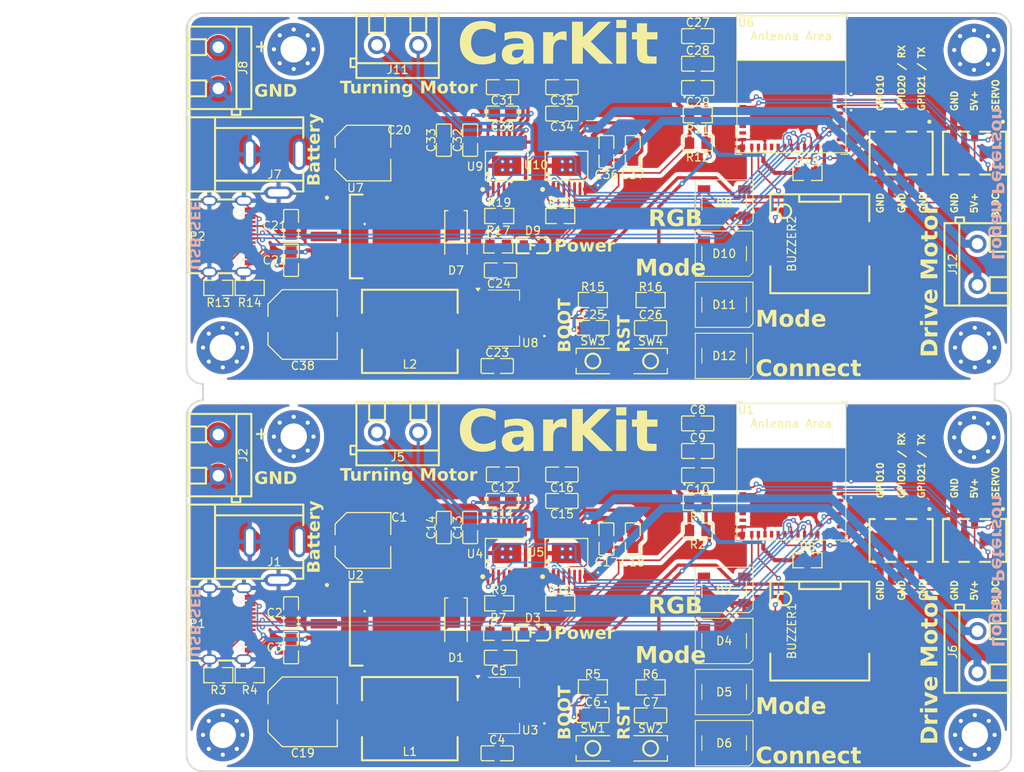
<source format=kicad_pcb>
(kicad_pcb (version 20241229) (generator "pcbnew") (generator_version "9.0")
  (layers (0 "F.Cu" signal) (2 "B.Cu" signal) (13 "F.Paste" user) (15 "B.Paste" user) (5 "F.SilkS" user "F.Silkscreen") (7 "B.SilkS" user "B.Silkscreen") (1 "F.Mask" user) (3 "B.Mask" user) (25 "Edge.Cuts" user))
  (net 0 "")
  (net 1 "M1_IN1")
  (net 2 "ESP_3V3")
  (net 3 "M2+")
  (net 4 "GPIO 9")
  (net 5 "CHIP_PU")
  (net 6 "VCC_5V")
  (net 7 "M2_IN1")
  (net 8 "M2_IN2")
  (net 9 "M1_IN2")
  (net 10 "GND")
  (net 11 "+BATT")
  (net 12 "BLDC_PWM")
  (net 13 "BUZZER_DATA")
  (net 14 "LED_DATA")
  (net 15 "Net-(U2-VIN)")
  (net 16 "Net-(D1-K)")
  (net 17 "Net-(U4-VCP)")
  (net 18 "M1-")
  (net 19 "M2-")
  (net 20 "Net-(U4-CPL)")
  (net 21 "Net-(U5-VCP)")
  (net 22 "Net-(U4-CPH)")
  (net 23 "Net-(P1-VCONN)")
  (net 24 "Net-(U5-CPH)")
  (net 25 "M1+")
  (net 26 "D-")
  (net 27 "Net-(U5-CPL)")
  (net 28 "Net-(D3-A)")
  (net 29 "GPIO 10")
  (net 30 "Net-(D2-DOUT)")
  (net 31 "Net-(D4-DOUT)")
  (net 32 "Net-(D5-DOUT)")
  (net 33 "Net-(P1-CC)")
  (net 34 "D+")
  (net 35 "Net-(U4-nSLEEP)")
  (net 36 "Net-(U5-nSLEEP)")
  (net 37 "GPIO 8")
  (net 38 "SERVO_PWM")
  (net 39 "GPIO 21")
  (net 40 "GPIO 20")
  (footprint "imported_components:DC-IN-TH_DC-005-A200" (layer "F.Cu") (at 101.328 60.655)
    (property "Reference" "J7")
    (property "Value" "Barrel_Jack")
  )
  (footprint "imported_components:C0805" (layer "F.Cu") (at 128.348 84.005)
    (property "Reference" "C23")
    (property "Value" "10uF")
  )
  (footprint "imported_components:R0805" (layer "F.Cu") (at 135.993 65.805)
    (property "Reference" "R20")
    (property "Value" "10k")
  )
  (footprint "imported_components:HTSSOP-16_L5.0-W4.4-P0.65-LS6.4-BL-EP" (layer "F.Cu") (at 129.493 59.705)
    (property "Reference" "U9")
    (property "Value" "DRV8876PWPR" (hide yes))
  )
  (footprint "imported_components:C0805" (layer "F.Cu") (at 144.793 105.005 -90)
    (property "Reference" "C18")
    (property "Value" "10uF")
  )
  (footprint "imported_components:CAP-SMD_BD8.0-L8.3-W8.3-LS9.3-FD-1" (layer "F.Cu") (at 104.768 125.975)
    (property "Reference" "C19")
    (property "Value" "RVT1E331M0810" (hide yes))
  )
  (footprint "imported_components:SW-SMD_L3.9-W3.0-P4.45" (layer "F.Cu") (at 139.948 83.405)
    (property "Reference" "SW3")
    (property "Value" "SW_Push" (hide yes))
  )
  (footprint "imported_components:CONN-TH_P5.00_KF301-5.0-2P" (layer "F.Cu") (at 94.528 94.825 -90)
    (property "Reference" "J2")
    (property "Value" "Conn_01x02_Pin")
  )
  (footprint "imported_components:C0805" (layer "F.Cu") (at 152.668 43.975)
    (property "Reference" "C27")
    (property "Value" "10uF")
  )
  (footprint "imported_components:C0805" (layer "F.Cu") (at 152.668 50.27 180)
    (property "Reference" "C29")
    (property "Value" "1uF")
  )
  (footprint "imported_components:R0805" (layer "F.Cu") (at 152.668 103.975)
    (property "Reference" "R2")
    (property "Value" "10k")
  )
  (footprint "imported_components:R0805" (layer "F.Cu") (at 146.948 76.005)
    (property "Reference" "R16")
    (property "Value" "10k")
  )
  (footprint "LED_SMD:LED_SK6812_PLCC4_5.0x5.0mm_P3.2mm" (layer "F.Cu") (at 155.868 123.575 180)
    (property "Reference" "D5")
    (property "Value" "SK6812" (hide yes))
  )
  (footprint "imported_components:C0805" (layer "F.Cu") (at 136.193 100.375 180)
    (property "Reference" "C15")
    (property "Value" "0.022uF")
  )
  (footprint "imported_components:C0805" (layer "F.Cu") (at 141.593 58.005 -90)
    (property "Reference" "C36")
    (property "Value" "0.1uF")
  )
  (footprint "imported_components:R0805" (layer "F.Cu") (at 152.668 100.575)
    (property "Reference" "R1")
    (property "Value" "10k")
  )
  (footprint "LED_SMD:LED_SK6812_PLCC4_5.0x5.0mm_P3.2mm" (layer "F.Cu") (at 155.868 129.775 180)
    (property "Reference" "D6")
    (property "Value" "SK6812" (hide yes))
  )
  (footprint "MountingHole:MountingHole_3.2mm_M3_Pad_Via" (layer "F.Cu") (at 186.170944 45.672056)
    (property "Reference" "H7" (hide yes))
    (property "Value" "MountingHole" (hide yes))
  )
  (footprint "imported_components:R0805" (layer "F.Cu") (at 128.468 116.375)
    (property "Reference" "R7")
    (property "Value" "200")
  )
  (footprint "imported_components:C0805" (layer "F.Cu") (at 141.593 105.005 -90)
    (property "Reference" "C17")
    (property "Value" "0.1uF")
  )
  (footprint "imported_components:CONN-TH_P5.00_KF301-5.0-2P" (layer "F.Cu") (at 94.528 47.825 -90)
    (property "Reference" "J8")
    (property "Value" "Conn_01x02_Pin")
  )
  (footprint "imported_components:CONN-TH_P5.00_KF301-5.0-2P" (layer "F.Cu") (at 186.5855 71.675 90)
    (property "Reference" "J12")
    (property "Value" "Conn_01x02_Pin")
  )
  (footprint "imported_components:C0805" (layer "F.Cu") (at 128.993 53.375 180)
    (property "Reference" "C30")
    (property "Value" "0.022uF")
  )
  (footprint "imported_components:R0805" (layer "F.Cu") (at 94.528 121.525 180)
    (property "Reference" "R3")
    (property "Value" "5.1k")
  )
  (footprint "imported_components:HDR-SMD_6P-P2.54-V" (layer "F.Cu") (at 175.958 58.075 180)
    (property "Reference" "J10" (hide yes))
    (property "Value" "Conn_02x03_Odd_Even" (hide yes))
  )
  (footprint "imported_components:R0805" (layer "F.Cu") (at 128.593 112.805)
    (property "Reference" "R9")
    (property "Value" "10k")
  )
  (footprint "LED_SMD:LED_SK6812_PLCC4_5.0x5.0mm_P3.2mm" (layer "F.Cu") (at 155.868 117.375 180)
    (property "Reference" "D4")
    (property "Value" "SK6812" (hide yes))
  )
  (footprint "imported_components:USB-C_SMD-TYPE-C-31-M-12" (layer "F.Cu") (at 95.9205 68.275 -90)
    (property "Reference" "P2")
    (property "Value" "USB_C_Plug")
  )
  (footprint "imported_components:C0805" (layer "F.Cu") (at 152.668 97.27 180)
    (property "Reference" "C10")
    (property "Value" "1uF")
  )
  (footprint "Package_TO_SOT_SMD:SOT-223-3_TabPin2" (layer "F.Cu") (at 129.148 125.205)
    (property "Reference" "U3")
    (property "Value" "AMS1117-3.3")
  )
  (footprint "imported_components:LED0805-RD" (layer "F.Cu") (at 132.668 116.375 180)
    (property "Reference" "D3")
    (property "Value" "LED" (hide yes))
  )
  (footprint "imported_components:CONN-TH_P5.00_KF301-5.0-2P" (layer "F.Cu") (at 186.5855 118.675 90)
    (property "Reference" "J6")
    (property "Value" "Conn_01x02_Pin")
  )
  (footprint "MountingHole:MountingHole_3.2mm_M3_Pad_Via" (layer "F.Cu") (at 186.268 128.775)
    (property "Reference" "H4" (hide yes))
    (property "Value" "MountingHole" (hide yes))
  )
  (footprint "imported_components:R0805" (layer "F.Cu") (at 165.973 107.575)
    (property "Reference" "R8")
    (property "Value" "10k")
  )
  (footprint "imported_components:HDR-SMD_6P-P2.54-V" (layer "F.Cu") (at 184.868 58.075 180)
    (property "Reference" "J9" (hide yes))
    (property "Value" "Conn_02x03_Odd_Even" (hide yes))
  )
  (footprint "imported_components:C0805" (layer "F.Cu") (at 128.993 97.175 180)
    (property "Reference" "C12")
    (property "Value" "0.1uF")
  )
  (footprint "imported_components:C0805" (layer "F.Cu") (at 136.193 50.175)
    (property "Reference" "C35")
    (property "Value" "0.1uF")
  )
  (footprint "imported_components:SW-SMD_L3.9-W3.0-P4.45" (layer "F.Cu") (at 146.948 130.405 180)
    (property "Reference" "SW2")
    (property "Value" "SW_Push" (hide yes))
  )
  (footprint "imported_components:R0805" (layer "F.Cu") (at 128.593 65.805)
    (property "Reference" "R19")
    (property "Value" "10k")
  )
  (footprint "imported_components:HDR-SMD_6P-P2.54-V" (layer "F.Cu") (at 184.868 105.075 180)
    (property "Reference" "J3" (hide yes))
    (property "Value" "Conn_02x03_Odd_Even" (hide yes))
  )
  (footprint "imported_components:TO-263-5_L10.2-W8.9-P1.70-TL" (layer "F.Cu") (at 112.338 68.285)
    (property "Reference" "U7")
    (property "Value" "LM2596SX-5.0/NOPB" (hide yes))
  )
  (footprint "imported_components:R0805" (layer "F.Cu") (at 135.993 112.805)
    (property "Reference" "R10")
    (property "Value" "10k")
  )
  (footprint "imported_components:R0805" (layer "F.Cu") (at 152.668 56.975)
    (property "Reference" "R12")
    (property "Value" "10k")
  )
  (footprint "imported_components:BUZ-SMD_L12.0-W12.0_FUET-1230" (layer "F.Cu") (at 167.468 116.175 90)
    (property "Reference" "BUZZER1")
    (property "Value" "FST-1230")
  )
  (footprint "imported_components:C0805" (layer "F.Cu") (at 128.348 131.005)
    (property "Reference" "C4")
    (property "Value" "10uF")
  )
  (footprint "LED_SMD:LED_SK6812_PLCC4_5.0x5.0mm_P3.2mm" (layer "F.Cu") (at 155.868 76.575 180)
    (property "Reference" "D11")
    (property "Value" "SK6812" (hide yes))
  )
  (footprint "imported_components:C0805" (layer "F.Cu") (at 139.948 79.375)
    (property "Reference" "C25")
    (property "Value" "0.1uF")
  )
  (footprint "imported_components:SW-SMD_L3.9-W3.0-P4.45" (layer "F.Cu") (at 139.948 130.405)
    (property "Reference" "SW1")
    (property "Value" "SW_Push" (hide yes))
  )
  (footprint "MountingHole:MountingHole_3.2mm_M3_Pad_Via" (layer "F.Cu") (at 103.668 92.575)
    (property "Reference" "H2" (hide yes))
    (property "Value" "MountingHole" (hide yes))
  )
  (footprint "imported_components:SW-SMD_L3.9-W3.0-P4.45" (layer "F.Cu") (at 146.948 83.405 180)
    (property "Reference" "SW4")
    (property "Value" "SW_Push" (hide yes))
  )
  (footprint "imported_components:C0805" (layer "F.Cu") (at 121.868 103.605 90)
    (property "Reference" "C14")
    (property "Value" "10uF")
  )
  (footprint "imported_components:CAP-SMD_BD6.3-L6.6-W6.6-LS7.6-FD" (layer "F.Cu") (at 112.068 58.175)
    (property "Reference" "C20")
    (property "Value" "RVT1H470M0607" (hide yes))
  )
  (footprint "imported_components:C0805" (layer "F.Cu") (at 139.948 126.375)
    (property "Reference" "C6")
    (property "Value" "0.1uF")
  )
  (footprint "imported_components:DC-IN-TH_DC-005-A200" (layer "F.Cu") (at 101.328 107.655)
    (property "Reference" "J1")
    (property "Value" "Barrel_Jack")
  )
  (footprint "imported_components:C0805" (layer "F.Cu") (at 121.868 56.605 90)
    (property "Reference" "C33")
    (property "Value" "10uF")
  )
  (footprint "imported_components:C0805" (layer "F.Cu") (at 152.668 47.325)
    (property "Reference" "C28")
    (property "Value" "0.1uF")
  )
  (footprint "LED_SMD:LED_SK6812_PLCC4_5.0x5.0mm_P3.2mm" (layer "F.Cu") (at 155.868 82.775 180)
    (property "Reference" "D12")
    (property "Value" "SK6812" (hide yes))
  )
  (footprint "LED_SMD:LED_SK6812_PLCC4_5.0x5.0mm_P3.2mm" (layer "F.Cu") (at 155.868 70.375 180)
    (property "Reference" "D10")
    (property "Value" "SK6812" (hide yes))
  )
  (footprint "imported_components:R0805" (layer "F.Cu") (at 98.328 74.525 180)
    (property "Reference" "R14")
    (property "Value" "5.1k")
  )
  (footprint "imported_components:C0805" (layer "F.Cu") (at 146.948 79.405 180)
    (property "Reference" "C26")
    (property "Value" "0.1uF")
  )
  (footprint "imported_components:CAP-SMD_BD6.3-L6.6-W6.6-LS7.6-FD" (layer "F.Cu") (at 112.068 105.175)
    (property "Reference" "C1")
    (property "Value" "RVT1H470M0607" (hide yes))
  )
  (footprint "imported_components:R0805" (layer "F.Cu") (at 165.973 60.575)
    (property "Reference" "R18")
    (property "Value" "10k")
  )
  (footprint "MountingHole:MountingHole_3.2mm_M3_Pad_Via" (layer "F.Cu") (at 186.268 81.775)
    (property "Reference" "H8" (hide yes))
    (property "Value" "MountingHole" (hide yes))
  )
  (footprint "imported_components:C0805" (layer "F.Cu") (at 152.668 90.975)
    (property "Reference" "C8")
    (property "Value" "10uF")
  )
  (footprint "imported_components:CONN-TH_P5.00_KF301-5.0-2P" (layer "F.Cu") (at 116.268 45.0575 180)
    (property "Reference" "J11")
    (property "Value" "Conn_01x02_Pin")
  )
  (footprint "MountingHole:MountingHole_3.2mm_M3_Pad_Via" (layer "F.Cu") (at 95.068 128.775)
    (property "Reference" "H1" (hide yes))
    (property "Value" "MountingHole" (hide yes))
  )
  (footprint "imported_components:C0805" (layer "F.Cu") (at 128.993 100.375 180)
    (property "Reference" "C11")
    (property "Value" "0.022uF")
  )
  (footprint "imported_components:R0805" (layer "F.Cu") (at 139.948 76.005 180)
    (property "Reference" "R15")
    (property "Value" "10k")
  )
  (footprint "imported_components:C0805" (layer "F.Cu") (at 103.348 66.975 90)
    (property "Reference" "C21")
    (property "Value" "10uF")
  )
  (footprint "imported_components:HTSSOP-16_L5.0-W4.4-P0.65-LS6.4-BL-EP" (layer "F.Cu") (at 136.748 106.705)
    (property "Reference" "U5")
    (property "Value" "DRV8876PWPR" (hide yes))
  )
  (footprint "MountingHole:MountingHole_3.2mm_M3_Pad_Via" (layer "F.Cu") (at 103.668 45.575)
    (property "Reference" "H6" (hide yes))
    (property "Value" "MountingHole" (hide yes))
  )
  (footprint "imported_components:R0805" (layer "F.Cu") (at 128.468 69.375)
    (property "Reference" "R17")
    (property "Value" "200")
  )
  (footprint "imported_components:R0805" (layer "F.Cu") (at 152.668 53.575)
    (property "Reference" "R11")
    (property "Value" "10k")
  )
  (footprint "imported_components:C0805" (layer "F.Cu") (at 125.068 103.605 90)
    (property "Reference" "C13")
    (property "Value" "0.1uF")
  )
  (footprint "imported_components:IND-SMD_L11.6-W10.1" (layer "F.Cu") (at 117.748 126.805 180)
    (property "Reference" "L1")
    (property "Value" "CYA1040-33UH")
  )
  (footprint "imported_components:C0805" (layer "F.Cu") (at 152.668 94.325)
    (property "Reference" "C9")
    (property "Value" "0.1uF")
  )
  (footprint "imported_components:HDR-SMD_6P-P2.54-V" (layer "F.Cu") (at 175.958 105.075 180)
    (property "Reference" "J4" (hide yes))
    (property "Value" "Conn_02x03_Odd_Even" (hide yes))
  )
  (footprint "imported_components:IND-SMD_L11.6-W10.1" (layer "F.Cu") (at 117.748 79.805 180)
    (property "Reference" "L2")
    (property "Value" "CYA1040-33UH")
  )
  (footprint "imported_components:C0805" (layer "F.Cu") (at 103.348 71.175 90)
    (property "Reference" "C22")
    (property "Value" "10uF")
  )
  (footprint "imported_components:USB-C_SMD-TYPE-C-31-M-12" (layer "F.Cu") (at 95.9205 115.275 -90)
    (property "Reference" "P1")
    (property "Value" "USB_C_Plug")
  )
  (footprint "imported_components:C0805" (layer "F.Cu") (at 136.193 97.175)
    (property "Reference" "C16")
    (property "Value" "0.1uF")
  )
  (footprint "imported_components:C0805" (layer "F.Cu") (at 103.348 118.175 90)
    (property "Reference" "C3")
    (property "Value" "10uF")
  )
  (footprint "imported_components:TO-263-5_L10.2-W8.9-P1.70-TL" (layer "F.Cu") (at 112.338 115.285)
    (property "Reference" "U2")
    (property "Value" "LM2596SX-5.0/NOPB" (hide yes))
  )
  (footprint "imported_components:C0805" (layer "F.Cu") (at 103.348 113.975 90)
    (property "Reference" "C2")
    (property "Value" "10uF")
  )
  (footprint "Package_TO_SOT_SMD:SOT-223-3_TabPin2" (layer "F.Cu") (at 129.148 78.205)
    (property "Reference" "U8")
    (property "Value" "AMS1117-3.3")
  )
  (footprint "imported_components:C0805" (layer "F.Cu") (at 125.068 56.605 90)
    (property "Reference" "C32")
    (property "Value" "0.1uF")
  )
  (footprint "imported_components:HTSSOP-16_L5.0-W4.4-P0.65-LS6.4-BL-EP" (layer "F.Cu") (at 129.493 106.705)
    (property "Reference" "U4")
    (property "Value" "DRV8876PWPR" (hide yes))
  )
  (footprint "LED_SMD:LED_SK6812_PLCC4_5.0x5.0mm_P3.2mm" (layer "F.Cu") (at 155.868 111.175 180)
    (property "Reference" "D2")
    (property "Value" "SK6812" (hide yes))
  )
  (footprint "imported_components:CAP-SMD_BD8.0-L8.3-W8.3-LS9.3-FD-1" (layer "F.Cu") (at 104.768 78.975)
    (property "Reference" "C38")
    (property "Value" "RVT1E331M0810" (hide yes))
  )
  (footprint "LED_SMD:LED_SK6812_PLCC4_5.0x5.0mm_P3.2mm" (layer "F.Cu") (at 155.868 64.175 180)
    (property "Reference" "D8")
    (property "Value" "SK6812" (hide yes))
  )
  (footprint "MountingHole:MountingHole_3.2mm_M3_Pad_Via" (layer "F.Cu") (at 186.170944 92.672056)
    (property "Reference" "H3" (hide yes))
    (property "Value" "MountingHole" (hide yes))
  )
  (footprint "imported_components:LED0805-RD" (layer "F.Cu") (at 132.668 69.375 180)
    (property "Reference" "D9")
    (property "Value" "LED" (hide yes))
  )
  (footprint "imported_components:C0805" (layer "F.Cu") (at 144.793 58.005 -90)
    (property "Reference" "C37")
    (property "Value" "10uF")
  )
  (footprint "imported_components:R0805" (layer "F.Cu") (at 146.948 123.005)
    (property "Reference" "R6")
    (property "Value" "10k")
  )
  (footprint "MountingHole:MountingHole_3.2mm_M3_Pad_Via" (layer "F.Cu") (at 95.068 81.775)
    (property "Reference" "H5" (hide yes))
    (property "Value" "MountingHole" (hide yes))
  )
  (footprint "imported_components:SMA_L4.4-W2.8-LS5.4-R-RD" (layer "F.Cu") (at 123.348 114.805 90)
    (property "Reference" "D1")
    (property "Value" "SS54_C22452" (hide yes))
  )
  (footprint "imported_components:SMA_L4.4-W2.8-LS5.4-R-RD" (layer "F.Cu") (at 123.348 67.805 90)
    (property "Reference" "D7")
    (property "Value" "SS54_C22452" (hide yes))
  )
  (footprint "imported_components:BUZ-SMD_L12.0-W12.0_FUET-1230" (layer "F.Cu") (at 167.468 69.175 90)
    (property "Reference" "BUZZER2")
    (property "Value" "FST-1230")
  )
  (footprint "imported_components:C0805" (layer "F.Cu") (at 128.748 119.405 180)
    (property "Reference" "C5")
    (property "Value" "10uF")
  )
  (footprint "PCM_Espressif:ESP32-C3-MINI-1" (layer "F.Cu") (at 164.018 49.825)
    (property "Reference" "U6")
    (property "Value" "ESP32-C3-MINI-1" (hide yes))
  )
  (footprint "imported_components:C0805" (layer "F.Cu") (at 146.948 126.405 180)
    (property "Reference" "C7")
    (property "Value" "0.1uF")
  )
  (footprint "PCM_Espressif:ESP32-C3-MINI-1" (layer "F.Cu") (at 164.018 96.825)
    (property "Reference" "U1")
    (property "Value" "ESP32-C3-MINI-1" (hide yes))
  )
  (footprint "imported_components:CONN-TH_P5.00_KF301-5.0-2P" (layer "F.Cu") (at 116.268 92.0575 180)
    (property "Reference" "J5")
    (property "Value" "Conn_01x02_Pin")
  )
  (footprint "imported_components:HTSSOP-16_L5.0-W4.4-P0.65-LS6.4-BL-EP" (layer "F.Cu") (at 136.748 59.705)
    (property "Reference" "U10")
    (property "Value" "DRV8876PWPR" (hide yes))
  )
  (footprint "imported_components:R0805" (layer "F.Cu") (at 94.528 74.525 180)
    (property "Reference" "R13")
    (property "Value" "5.1k")
  )
  (footprint "imported_components:C0805" (layer "F.Cu") (at 128.993 50.175 180)
    (property "Reference" "C31")
    (property "Value" "0.1uF")
  )
  (footprint "imported_components:C0805" (layer "F.Cu") (at 128.748 72.405 180)
    (property "Reference" "C24")
    (property "Value" "10uF")
  )
  (footprint "imported_components:R0805" (layer "F.Cu") (at 139.948 123.005 180)
    (property "Reference" "R5")
    (property "Value" "10k")
  )
  (footprint "imported_components:R0805" (layer "F.Cu") (at 98.328 121.525 180)
    (property "Reference" "R4")
    (property "Value" "5.1k")
  )
  (footprint "imported_components:C0805" (layer "F.Cu") (at 136.193 53.375 180)
    (property "Reference" "C34")
    (property "Value" "0.022uF")
  )
  (gr_arc (start 90.668 90.175) (mid 91.253786 88.760786) (end 92.668 88.175) (stroke (width 0.2)) (layer "Edge.Cuts"))
  (gr_arc (start 90.668 43.175) (mid 91.253786 41.760786) (end 92.668 41.175) (stroke (width 0.2)) (layer "Edge.Cuts"))
  (gr_line (start 90.668 131.175) (end 90.668 90.175) (stroke (width 0.2)) (layer "Edge.Cuts"))
  (gr_arc (start 92.668 133.175) (mid 91.253786 132.589214) (end 90.668 131.175) (stroke (width 0.2)) (layer "Edge.Cuts"))
  (gr_arc (start 188.668 41.175) (mid 190.082214 41.760786) (end 190.668 43.175) (stroke (width 0.2)) (layer "Edge.Cuts"))
  (gr_arc (start 190.668 84.175) (mid 190.082214 85.589214) (end 188.668 86.175) (stroke (width 0.2)) (layer "Edge.Cuts"))
  (gr_arc (start 92.668 86.175) (mid 91.253786 85.589214) (end 90.668 84.175) (stroke (width 0.2)) (layer "Edge.Cuts"))
  (gr_line (start 188.668 86.175) (end 188.668 88.175) (stroke (width 0.2)) (layer "Edge.Cuts"))
  (gr_line (start 92.668 41.175) (end 188.668 41.175) (stroke (width 0.2)) (layer "Edge.Cuts"))
  (gr_line (start 190.668 90.175) (end 190.668 131.175) (stroke (width 0.2)) (layer "Edge.Cuts"))
  (gr_line (start 90.668 84.175) (end 90.668 43.175) (stroke (width 0.2)) (layer "Edge.Cuts"))
  (gr_arc (start 188.668 88.175) (mid 190.082214 88.760786) (end 190.668 90.175) (stroke (width 0.2)) (layer "Edge.Cuts"))
  (gr_arc (start 190.668 131.175) (mid 190.082214 132.589214) (end 188.668 133.175) (stroke (width 0.2)) (layer "Edge.Cuts"))
  (gr_line (start 190.668 43.175) (end 190.668 84.175) (stroke (width 0.2)) (layer "Edge.Cuts"))
  (gr_line (start 92.668 88.175) (end 92.668 86.175) (stroke (width 0.2)) (layer "Edge.Cuts"))
  (gr_line (start 188.668 133.175) (end 92.668 133.175) (stroke (width 0.2)) (layer "Edge.Cuts"))
  (gr_text "GPIO20 / RX" (at 177.868 100.175 90) (layer "F.SilkS") (effects (font (size 0.8 0.8) (thickness 0.1875) (bold yes)) (justify left bottom)))
  (gr_text "BLDC" (at 189.268 113.175 90) (layer "F.SilkS") (effects (font (size 0.8 0.8) (thickness 0.1875) (bold yes)) (justify left bottom)))
  (gr_text "GND" (at 184.268 53.175 90) (layer "F.SilkS") (effects (font (size 0.8 0.8) (thickness 0.1875) (bold yes)) (justify left bottom)))
  (gr_text "SERVO" (at 189.268 100.175 90) (layer "F.SilkS") (effects (font (size 0.8 0.8) (thickness 0.1875) (bold yes)) (justify left bottom)))
  (gr_text "GND" (at 177.868 112.575 90) (layer "F.SilkS") (effects (font (size 0.8 0.8) (thickness 0.1875) (bold yes)) (justify left bottom)))
  (gr_text "GND" (at 184.268 100.175 90) (layer "F.SilkS") (effects (font (size 0.8 0.8) (thickness 0.1875) (bold yes)) (justify left bottom)))
  (gr_text "5V+" (at 186.668 53.175 90) (layer "F.SilkS") (effects (font (size 0.8 0.8) (thickness 0.1875) (bold yes)) (justify left bottom)))
  (gr_text "Mode" (at 145.068 120.375 0) (layer "F.SilkS") (effects (font (size 2 2) (thickness 0.3) (bold yes)) (justify left bottom)))
  (gr_text "Power" (at 135.268 70.375 0) (layer "F.SilkS") (effects (font (size 1.5 1.5) (thickness 0.3) (bold yes)) (justify left bottom)))
  (gr_text "CarKit" (at 123.468 95.175 0) (layer "F.SilkS") (effects (font (size 5 5) (thickness 0.3) (bold yes)) (justify left bottom)))
  (gr_text "GPIO21 / TX" (at 180.268 53.175 90) (layer "F.SilkS") (effects (font (size 0.8 0.8) (thickness 0.1875) (bold yes)) (justify left bottom)))
  (gr_text "SERVO" (at 189.268 53.175 90) (layer "F.SilkS") (effects (font (size 0.8 0.8) (thickness 0.1875) (bold yes)) (justify left bottom)))
  (gr_text "Mode" (at 159.668 79.575 0) (layer "F.SilkS") (effects (font (size 2 2) (thickness 0.3) (bold yes)) (justify left bottom)))
  (gr_text "GPIO21 / TX" (at 180.268 100.175 90) (layer "F.SilkS") (effects (font (size 0.8 0.8) (thickness 0.1875) (bold yes)) (justify left bottom)))
  (gr_text "RGB" (at 146.668 114.375 0) (layer "F.SilkS") (effects (font (size 2 2) (thickness 0.3) (bold yes)) (justify left bottom)))
  (gr_text "GPIO10" (at 175.268 53.175 90) (layer "F.SilkS") (effects (font (size 0.8 0.8) (thickness 0.1875) (bold yes)) (justify left bottom)))
  (gr_text "GND" (at 175.268 112.575 90) (layer "F.SilkS") (effects (font (size 0.8 0.8) (thickness 0.1875) (bold yes)) (justify left bottom)))
  (gr_text "RGB" (at 146.668 67.375 0) (layer "F.SilkS") (effects (font (size 2 2) (thickness 0.3) (bold yes)) (justify left bottom)))
  (gr_text "GND" (at 184.268 65.575 90) (layer "F.SilkS") (effects (font (size 0.8 0.8) (thickness 0.1875) (bold yes)) (justify left bottom)))
  (gr_text "Mode" (at 145.068 73.375 0) (layer "F.SilkS") (effects (font (size 2 2) (thickness 0.3) (bold yes)) (justify left bottom)))
  (gr_text "5V+" (at 186.668 65.575 90) (layer "F.SilkS") (effects (font (size 0.8 0.8) (thickness 0.1875) (bold yes)) (justify left bottom)))
  (gr_text "Battery" (at 107.068 62.175 90) (layer "F.SilkS") (effects (font (size 1.5 1.5) (thickness 0.3) (bold yes)) (justify left bottom)))
  (gr_text "+" (at 98.868 93.175 0) (layer "F.SilkS") (effects (font (size 1.5 1.5) (thickness 0.3) (bold yes)) (justify left bottom)))
  (gr_text "GND" (at 180.468 65.575 90) (layer "F.SilkS") (effects (font (size 0.8 0.8) (thickness 0.1875) (bold yes)) (justify left bottom)))
  (gr_text "GND" (at 177.868 65.575 90) (layer "F.SilkS") (effects (font (size 0.8 0.8) (thickness 0.1875) (bold yes)) (justify left bottom)))
  (gr_text "BOOT" (at 137.468 82.375 90) (layer "F.SilkS") (effects (font (size 1.5 1.5) (thickness 0.3) (bold yes)) (justify left bottom)))
  (gr_text "GND" (at 180.468 112.575 90) (layer "F.SilkS") (effects (font (size 0.8 0.8) (thickness 0.1875) (bold yes)) (justify left bottom)))
  (gr_text "Power" (at 135.268 117.375 0) (layer "F.SilkS") (effects (font (size 1.5 1.5) (thickness 0.3) (bold yes)) (justify left bottom)))
  (gr_text "GND" (at 184.268 112.575 90) (layer "F.SilkS") (effects (font (size 0.8 0.8) (thickness 0.1875) (bold yes)) (justify left bottom)))
  (gr_text "Battery" (at 107.068 109.175 90) (layer "F.SilkS") (effects (font (size 1.5 1.5) (thickness 0.3) (bold yes)) (justify left bottom)))
  (gr_text "GND" (at 98.868 98.575 0) (layer "F.SilkS") (effects (font (size 1.5 1.5) (thickness 0.3) (bold yes)) (justify left bottom)))
  (gr_text "Connect" (at 159.668 85.575 0) (layer "F.SilkS") (effects (font (size 2 2) (thickness 0.3) (bold yes)) (justify left bottom)))
  (gr_text "CarKit" (at 123.468 48.175 0) (layer "F.SilkS") (effects (font (size 5 5) (thickness 0.3) (bold yes)) (justify left bottom)))
  (gr_text "+" (at 98.868 46.175 0) (layer "F.SilkS") (effects (font (size 1.5 1.5) (thickness 0.3) (bold yes)) (justify left bottom)))
  (gr_text "Drive Motor" (at 182.068 129.975 90) (layer "F.SilkS") (effects (font (size 2 2) (thickness 0.3) (bold yes)) (justify left bottom)))
  (gr_text "GND" (at 175.268 65.575 90) (layer "F.SilkS") (effects (font (size 0.8 0.8) (thickness 0.1875) (bold yes)) (justify left bottom)))
  (gr_text "5V+" (at 186.668 100.175 90) (layer "F.SilkS") (effects (font (size 0.8 0.8) (thickness 0.1875) (bold yes)) (justify left bottom)))
  (gr_text "BOOT" (at 137.468 129.375 90) (layer "F.SilkS") (effects (font (size 1.5 1.5) (thickness 0.3) (bold yes)) (justify left bottom)))
  (gr_text "Turning Motor" (at 109.268 51.175 0) (layer "F.SilkS") (effects (font (size 1.5 1.5) (thickness 0.3) (bold yes)) (justify left bottom)))
  (gr_text "Turning Motor" (at 109.268 98.175 0) (layer "F.SilkS") (effects (font (size 1.5 1.5) (thickness 0.3) (bold yes)) (justify left bottom)))
  (gr_text "Connect" (at 159.668 132.575 0) (layer "F.SilkS") (effects (font (size 2 2) (thickness 0.3) (bold yes)) (justify left bottom)))
  (gr_text "Drive Motor" (at 182.068 82.975 90) (layer "F.SilkS") (effects (font (size 2 2) (thickness 0.3) (bold yes)) (justify left bottom)))
  (gr_text "RST" (at 144.668 82.375 90) (layer "F.SilkS") (effects (font (size 1.5 1.5) (thickness 0.3) (bold yes)) (justify left bottom)))
  (gr_text "RST" (at 144.668 129.375 90) (layer "F.SilkS") (effects (font (size 1.5 1.5) (thickness 0.3) (bold yes)) (justify left bottom)))
  (gr_text "GPIO10" (at 175.268 100.175 90) (layer "F.SilkS") (effects (font (size 0.8 0.8) (thickness 0.1875) (bold yes)) (justify left bottom)))
  (gr_text "GND" (at 98.868 51.575 0) (layer "F.SilkS") (effects (font (size 1.5 1.5) (thickness 0.3) (bold yes)) (justify left bottom)))
  (gr_text "BLDC" (at 189.268 66.175 90) (layer "F.SilkS") (effects (font (size 0.8 0.8) (thickness 0.1875) (bold yes)) (justify left bottom)))
  (gr_text "Mode" (at 159.668 126.575 0) (layer "F.SilkS") (effects (font (size 2 2) (thickness 0.3) (bold yes)) (justify left bottom)))
  (gr_text "5V+" (at 186.668 112.575 90) (layer "F.SilkS") (effects (font (size 0.8 0.8) (thickness 0.1875) (bold yes)) (justify left bottom)))
  (gr_text "GPIO20 / RX" (at 177.868 53.175 90) (layer "F.SilkS") (effects (font (size 0.8 0.8) (thickness 0.1875) (bold yes)) (justify left bottom)))
  (gr_text "USB-SEE" (at 90.868 72.375 270) (layer "B.SilkS") (effects (font (size 1.25 1.25) (thickness 0.3) (bold yes)) (justify left bottom mirror)))
  (gr_text "USB-SEE" (at 90.868 119.375 270) (layer "B.SilkS") (effects (font (size 1.25 1.25) (thickness 0.3) (bold yes)) (justify left bottom mirror)))
  (gr_text "Logan Peterson" (at 188.0855 118.145 270) (layer "B.SilkS") (effects (font (size 1.5 1.5) (thickness 0.3) (bold yes)) (justify left bottom mirror)))
  (gr_text "Logan Peterson" (at 188.0855 71.145 270) (layer "B.SilkS") (effects (font (size 1.5 1.5) (thickness 0.3) (bold yes)) (justify left bottom mirror)))
  (segment (start 127.268 62.63) (end 127.213 62.575) (width 0.2) (layer "F.Cu") (net 1))
  (segment (start 164.018 57.425) (end 164.018 56.604902) (width 0.2) (layer "F.Cu") (net 1))
  (segment (start 127.268 110.775) (end 127.268 109.63) (width 0.2) (layer "F.Cu") (net 1))
  (segment (start 164.018 56.604902) (end 163.703784 56.290686) (width 0.2) (layer "F.Cu") (net 1))
  (segment (start 164.018 104.425) (end 164.018 103.604902) (width 0.2) (layer "F.Cu") (net 1))
  (segment (start 127.268 109.63) (end 127.213 109.575) (width 0.2) (layer "F.Cu") (net 1))
  (segment (start 164.018 103.604902) (end 163.703784 103.290686) (width 0.2) (layer "F.Cu") (net 1))
  (segment (start 127.268 63.775) (end 127.268 62.63) (width 0.2) (layer "F.Cu") (net 1))
  (via (at 163.703784 56.290686) (size 0.6) (drill 0.3) (layers "F.Cu" "B.Cu") (net 1))
  (via (at 163.703784 103.290686) (size 0.6) (drill 0.3) (layers "F.Cu" "B.Cu") (net 1))
  (via (at 127.268 63.775) (size 0.6) (drill 0.3) (layers "F.Cu" "B.Cu") (net 1))
  (via (at 127.268 110.775) (size 0.6) (drill 0.3) (layers "F.Cu" "B.Cu") (net 1))
  (segment (start 163.703784 56.290686) (end 163.703784 57.205016) (width 0.2) (layer "B.Cu") (net 1))
  (segment (start 135.507359 107.833999) (end 130.209001 107.833999) (width 0.2) (layer "B.Cu") (net 1))
  (segment (start 130.209001 60.833999) (end 127.268 63.775) (width 0.2) (layer "B.Cu") (net 1))
  (segment (start 163.703784 103.290686) (end 163.703784 104.205016) (width 0.2) (layer "B.Cu") (net 1))
  (segment (start 157.5358 110.373) (end 138.04636 110.373) (width 0.2) (layer "B.Cu") (net 1))
  (segment (start 163.703784 104.205016) (end 157.5358 110.373) (width 0.2) (layer "B.Cu") (net 1))
  (segment (start 135.507359 60.833999) (end 130.209001 60.833999) (width 0.2) (layer "B.Cu") (net 1))
  (segment (start 138.04636 63.373) (end 135.507359 60.833999) (width 0.2) (layer "B.Cu") (net 1))
  (segment (start 163.703784 57.205016) (end 157.5358 63.373) (width 0.2) (layer "B.Cu") (net 1))
  (segment (start 138.04636 110.373) (end 135.507359 107.833999) (width 0.2) (layer "B.Cu") (net 1))
  (segment (start 130.209001 107.833999) (end 127.268 110.775) (width 0.2) (layer "B.Cu") (net 1))
  (segment (start 157.5358 63.373) (end 138.04636 63.373) (width 0.2) (layer "B.Cu") (net 1))
  (segment (start 137.078 62.575) (end 137.078 61.5) (width 0.2) (layer "F.Cu") (net 2))
  (segment (start 132.8111 119.405) (end 143.068 109.1481) (width 0.2) (layer "F.Cu") (net 2))
  (segment (start 152.5 95.775) (end 151.068 95.775) (width 0.5) (layer "F.Cu") (net 2))
  (segment (start 158.118 50.125) (end 156.468 50.125) (width 0.5) (layer "F.Cu") (net 2))
  (segment (start 129.748 122.655) (end 132.298 125.205) (width 0.2) (layer "F.Cu") (net 2))
  (segment (start 151.668 101.375) (end 151.668 103.975) (width 0.5) (layer "F.Cu") (net 2))
  (segment (start 137.078 61.5) (end 137.179 61.399) (width 0.2) (layer "F.Cu") (net 2))
  (segment (start 162.018 107.575) (end 164.973 107.575) (width 0.5) (layer "F.Cu") (net 2))
  (segment (start 129.748 72.405) (end 129.748 71.655) (width 0.2) (layer "F.Cu") (net 2))
  (segment (start 129.823 109.575) (end 129.823 112.575) (width 0.2) (layer "F.Cu") (net 2))
  (segment (start 152.5 48.775) (end 151.068 48.775) (width 0.5) (layer "F.Cu") (net 2))
  (segment (start 153.668 47.607) (end 152.5 48.775) (width 0.5) (layer "F.Cu") (net 2))
  (segment (start 143.068 62.1481) (end 143.068 60.575) (width 0.2) (layer "F.Cu") (net 2))
  (segment (start 127.468 69.375) (end 127.468 67.93) (width 0.2) (layer "F.Cu") (net 2))
  (segment (start 160.618 106.175) (end 162.018 107.575) (width 0.5) (layer "F.Cu") (net 2))
  (segment (start 141.468 60.575) (end 148.068 60.575) (width 0.2) (layer "F.Cu") (net 2))
  (segment (start 138.844 108.399) (end 139.668 107.575) (width 0.2) (layer "F.Cu") (net 2))
  (segment (start 153.668 47.325) (end 153.668 47.607) (width 0.5) (layer "F.Cu") (net 2))
  (segment (start 129.823 65.575) (end 129.593 65.805) (width 0.2) (layer "F.Cu") (net 2))
  (segment (start 137.078 112.72) (end 136.993 112.805) (width 0.2) (layer "F.Cu") (net 2))
  (segment (start 137.078 108.5) (end 137.179 108.399) (width 0.2) (layer "F.Cu") (net 2))
  (segment (start 156.468 50.125) (end 153.668 47.325) (width 0.5) (layer "F.Cu") (net 2))
  (segment (start 151.668 54.375) (end 151.668 56.975) (width 0.5) (layer "F.Cu") (net 2))
  (segment (start 127.468 114.93) (end 129.593 112.805) (width 0.2) (layer "F.Cu") (net 2))
  (segment (start 132.8111 72.405) (end 143.068 62.1481) (width 0.2) (layer "F.Cu") (net 2))
  (segment (start 129.748 72.405) (end 129.748 75.655) (width 0.2) (layer "F.Cu") (net 2))
  (segment (start 148.068 60.575) (end 151.668 56.975) (width 0.2) (layer "F.Cu") (net 2))
  (segment (start 129.823 62.575) (end 129.823 65.575) (width 0.2) (layer "F.Cu") (net 2))
  (segment (start 138.748 125.205) (end 132.298 125.205) (width 0.2) (layer "F.Cu") (net 2))
  (segment (start 129.748 118.655) (end 127.468 116.375) (width 0.2) (layer "F.Cu") (net 2))
  (segment (start 150.268 99.175) (end 151.668 100.575) (width 0.5) (layer "F.Cu") (net 2))
  (segment (start 141.468 107.575) (end 148.068 107.575) (width 0.2) (layer "F.Cu") (net 2))
  (segment (start 151.668 100.575) (end 151.668 101.375) (width 0.5) (layer "F.Cu") (net 2))
  (segment (start 127.468 116.375) (end 127.468 114.93) (width 0.2) (layer "F.Cu") (net 2))
  (segment (start 160.618 59.175) (end 162.018 60.575) (width 0.5) (layer "F.Cu") (net 2))
  (segment (start 151.068 95.775) (end 150.268 96.575) (width 0.5) (layer "F.Cu") (net 2))
  (segment (start 156.468 97.125) (end 153.668 94.325) (width 0.5) (layer "F.Cu") (net 2))
  (segment (start 160.618 58.375) (end 160.618 59.175) (width 0.5) (layer "F.Cu") (net 2))
  (segment (start 137.078 109.575) (end 137.078 112.72) (width 0.2) (layer "F.Cu") (net 2))
  (segment (start 143.068 107.575) (end 141.468 107.575) (width 0.2) (layer "F.Cu") (net 2))
  (segment (start 152.468 102.575) (end 151.668 101.775) (width 0.5) (layer "F.Cu") (net 2))
  (segment (start 151.668 53.575) (end 151.668 54.375) (width 0.5) (layer "F.Cu") (net 2))
  (segment (start 153.668 94.607) (end 152.5 95.775) (width 0.5) (layer "F.Cu") (net 2))
  (segment (start 150.268 96.575) (end 150.268 99.175) (width 0.5) (layer "F.Cu") (net 2))
  (segment (start 129.748 119.405) (end 129.748 122.655) (width 0.2) (layer "F.Cu") (net 2))
  (segment (start 150.268 49.575) (end 150.268 52.175) (width 0.5) (layer "F.Cu") (net 2))
  (segment (start 153.668 94.325) (end 153.668 90.975) (width 0.5) (layer "F.Cu") (net 2))
  (segment (start 138.748 78.205) (end 132.298 78.205) (width 0.2) (layer "F.Cu") (net 2))
  (segment (start 127.468 67.93) (end 129.593 65.805) (width 0.2) (layer "F.Cu") (net 2))
  (segment (start 139.668 60.575) (end 141.468 60.575) (width 0.2) (layer "F.Cu") (net 2))
  (segment (start 160.618 105.375) (end 160.618 106.175) (width 0.5) (layer "F.Cu") (net 2))
  (segment (start 152.468 55.575) (end 151.668 54.775) (width 0.5) (layer "F.Cu") (net 2))
  (segment (start 153.668 47.325) (end 153.668 43.975) (width 0.5) (layer "F.Cu") (net 2))
  (segment (start 162.018 60.575) (end 164.973 60.575) (width 0.5) (layer "F.Cu") (net 2))
  (segment (start 140.948 123.005) (end 145.948 123.005) (width 0.2) (layer "F.Cu") (net 2))
  (segment (start 140.948 76.005) (end 145.948 76.005) (width 0.2) (layer "F.Cu") (net 2))
  (segment (start 132.298 125.205) (end 125.998 125.205) (width 0.2) (layer "F.Cu") (net 2))
  (segment (start 129.748 75.655) (end 132.298 78.205) (width 0.2) (layer "F.Cu") (net 2))
  (segment (start 158.118 97.125) (end 156.468 97.125) (width 0.5) (layer "F.Cu") (net 2))
  (segment (start 140.948 76.005) (end 138.748 78.205) (width 0.2) (layer "F.Cu") (net 2))
  (segment (start 137.078 65.72) (end 136.993 65.805) (width 0.2) (layer "F.Cu") (net 2))
  (segment (start 137.179 108.399) (end 138.844 108.399) (width 0.2) (layer "F.Cu") (net 2))
  (segment (start 153.668 94.325) (end 153.668 94.607) (width 0.5) (layer "F.Cu") (net 2))
  (segment (start 151.668 54.775) (end 151.668 54.375) (width 0.5) (layer "F.Cu") (net 2))
  (segment (start 143.068 60.575) (end 141.468 60.575) (width 0.2) (layer "F.Cu") (net 2))
  (segment (start 137.078 109.575) (end 137.078 108.5) (width 0.2) (layer "F.Cu") (net 2))
  (segment (start 137.078 62.575) (end 137.078 65.72) (width 0.2) (layer "F.Cu") (net 2))
  (segment (start 139.668 107.575) (end 141.468 107.575) (width 0.2) (layer "F.Cu") (net 2))
  (segment (start 137.179 61.399) (end 138.844 61.399) (width 0.2) (layer "F.Cu") (net 2))
  (segment (start 129.823 112.575) (end 129.593 112.805) (width 0.2) (layer "F.Cu") (net 2))
  (segment (start 151.668 101.775) (end 151.668 101.375) (width 0.5) (layer "F.Cu") (net 2))
  (segment (start 143.068 109.1481) (end 143.068 107.575) (width 0.2) (layer "F.Cu") (net 2))
  (segment (start 150.268 52.175) (end 151.668 53.575) (width 0.5) (layer "F.Cu") (net 2))
  (segment (start 129.748 119.405) (end 132.8111 119.405) (width 0.2) (layer "F.Cu") (net 2))
  (segment (start 129.748 72.405) (end 132.8111 72.405) (width 0.2) (layer "F.Cu") (net 2))
  (segment (start 129.748 119.405) (end 129.748 118.655) (width 0.2) (layer "F.Cu") (net 2))
  (segment (start 132.298 78.205) (end 125.998 78.205) (width 0.2) (layer "F.Cu") (net 2))
  (segment (start 138.844 61.399) (end 139.668 60.575) (width 0.2) (layer "F.Cu") (net 2))
  (segment (start 151.068 48.775) (end 150.268 49.575) (width 0.5) (layer "F.Cu") (net 2))
  (segment (start 129.748 71.655) (end 127.468 69.375) (width 0.2) (layer "F.Cu") (net 2))
  (segment (start 148.068 107.575) (end 151.668 103.975) (width 0.2) (layer "F.Cu") (net 2))
  (segment (start 140.948 123.005) (end 138.748 125.205) (width 0.2) (layer "F.Cu") (net 2))
  (via (at 152.468 55.575) (size 0.6) (drill 0.3) (layers "F.Cu" "B.Cu") (net 2))
  (via (at 152.468 102.575) (size 0.6) (drill 0.3) (layers "F.Cu" "B.Cu") (net 2))
  (via (at 160.618 58.375) (size 0.6) (drill 0.3) (layers "F.Cu" "B.Cu") (net 2))
  (via (at 160.618 105.375) (size 0.6) (drill 0.3) (layers "F.Cu" "B.Cu") (net 2))
  (segment (start 160.618 58.375) (end 155.268 58.375) (width 0.5) (layer "B.Cu") (net 2))
  (segment (start 155.268 105.375) (end 152.468 102.575) (width 0.5) (layer "B.Cu") (net 2))
  (segment (start 160.618 105.375) (end 155.268 105.375) (width 0.5) (layer "B.Cu") (net 2))
  (segment (start 155.268 58.375) (end 152.468 55.575) (width 0.5) (layer "B.Cu") (net 2))
  (segment (start 140.068 62.575) (end 139.249 62.575) (width 1) (layer "F.Cu") (net 3))
  (segment (start 140.068 109.575) (end 139.249 109.575) (width 1) (layer "F.Cu") (net 3))
  (segment (start 140.568 62.075) (end 140.068 62.575) (width 1) (layer "F.Cu") (net 3))
  (segment (start 140.568 109.075) (end 140.068 109.575) (width 1) (layer "F.Cu") (net 3))
  (via (at 140.568 109.075) (size 0.6) (drill 0.3) (layers "F.Cu" "B.Cu") (net 3))
  (via (at 140.568 62.075) (size 0.6) (drill 0.3) (layers "F.Cu" "B.Cu") (net 3))
  (segment (start 168.382107 101.273479) (end 186.5855 119.476872) (width 1) (layer "B.Cu") (net 3))
  (segment (start 168.382107 54.273479) (end 186.5855 72.476872) (width 1) (layer "B.Cu") (net 3))
  (segment (start 140.568 109.075) (end 148.369521 101.273479) (width 1) (layer "B.Cu") (net 3))
  (segment (start 186.5855 72.476872) (end 186.5855 74.175) (width 1) (layer "B.Cu") (net 3))
  (segment (start 140.568 62.075) (end 148.369521 54.273479) (width 1) (layer "B.Cu") (net 3))
  (segment (start 148.369521 101.273479) (end 168.382107 101.273479) (width 1) (layer "B.Cu") (net 3))
  (segment (start 186.5855 119.476872) (end 186.5855 121.175) (width 1) (layer "B.Cu") (net 3))
  (segment (start 148.369521 54.273479) (end 168.382107 54.273479) (width 1) (layer "B.Cu") (net 3))
  (segment (start 138.948 123.005) (end 138.948 119.495) (width 0.4) (layer "F.Cu") (net 4))
  (segment (start 137.868 79.375) (end 138.948 79.375) (width 0.4) (layer "F.Cu") (net 4))
  (segment (start 168.018 61.587) (end 168.018 57.425) (width 0.4) (layer "F.Cu") (net 4))
  (segment (start 138.948 123.005) (end 138.948 123.895) (width 0.4) (layer "F.Cu") (net 4))
  (segment (start 150.268 61.175) (end 154.866 61.175) (width 0.4) (layer "F.Cu") (net 4))
  (segment (start 138.948 72.495) (end 150.268 61.175) (width 0.4) (layer "F.Cu") (net 4))
  (segment (start 137.768 127.555) (end 138.948 126.375) (width 0.4) (layer "F.Cu") (net 4))
  (segment (start 138.948 119.495) (end 150.268 108.175) (width 0.4) (layer "F.Cu") (net 4))
  (segment (start 137.768 83.405) (end 137.768 80.555) (width 0.4) (layer "F.Cu") (net 4))
  (segment (start 137.868 126.375) (end 138.948 126.375) (width 0.4) (layer "F.Cu") (net 4))
  (segment (start 154.866 61.175) (end 157.167 63.476) (width 0.4) (layer "F.Cu") (net 4))
  (segment (start 137.768 130.405) (end 137.768 127.555) (width 0.4) (layer "F.Cu") (net 4))
  (segment (start 166.129 63.476) (end 168.018 61.587) (width 0.4) (layer "F.Cu") (net 4))
  (segment (start 150.268 108.175) (end 154.866 108.175) (width 0.4) (layer "F.Cu") (net 4))
  (segment (start 137.668 126.575) (end 137.868 126.375) (width 0.4) (layer "F.Cu") (net 4))
  (segment (start 168.018 108.587) (end 168.018 104.425) (width 0.4) (layer "F.Cu") (net 4))
  (segment (start 138.948 123.895) (end 138.268 124.575) (width 0.4) (layer "F.Cu") (net 4))
  (segment (start 154.866 108.175) (end 157.167 110.476) (width 0.4) (layer "F.Cu") (net 4))
  (segment (start 138.948 76.005) (end 138.948 72.495) (width 0.4) (layer "F.Cu") (net 4))
  (segment (start 157.167 110.476) (end 166.129 110.476) (width 0.4) (layer "F.Cu") (net 4))
  (segment (start 138.948 76.895) (end 138.268 77.575) (width 0.4) (layer "F.Cu") (net 4))
  (segment (start 157.167 63.476) (end 166.129 63.476) (width 0.4) (layer "F.Cu") (net 4))
  (segment (start 137.668 79.575) (end 137.868 79.375) (width 0.4) (layer "F.Cu") (net 4))
  (segment (start 138.948 76.005) (end 138.948 76.895) (width 0.4) (layer "F.Cu") (net 4))
  (segment (start 137.768 80.555) (end 138.948 79.375) (width 0.4) (layer "F.Cu") (net 4))
  (segment (start 166.129 110.476) (end 168.018 108.587) (width 0.4) (layer "F.Cu") (net 4))
  (via (at 137.668 126.575) (size 0.6) (drill 0.3) (layers "F.Cu" "B.Cu") (net 4))
  (via (at 138.268 124.575) (size 0.6) (drill 0.3) (layers "F.Cu" "B.Cu") (net 4))
  (via (at 137.668 79.575) (size 0.6) (drill 0.3) (layers "F.Cu" "B.Cu") (net 4))
  (via (at 138.268 77.575) (size 0.6) (drill 0.3) (layers "F.Cu" "B.Cu") (net 4))
  (segment (start 137.668 126.575) (end 137.668 125.175) (width 0.4) (layer "B.Cu") (net 4))
  (segment (start 137.668 125.175) (end 138.268 124.575) (width 0.4) (layer "B.Cu") (net 4))
  (segment (start 137.668 79.575) (end 137.668 78.175) (width 0.4) (layer "B.Cu") (net 4))
  (segment (start 137.668 78.175) (end 138.268 77.575) (width 0.4) (layer "B.Cu") (net 4))
  (segment (start 147.948 123.005) (end 147.948 126.405) (width 0.4) (layer "F.Cu") (net 5))
  (segment (start 153.668 53.575) (end 154.218 54.125) (width 0.2) (layer "F.Cu") (net 5))
  (segment (start 147.948 111.695) (end 147.948 123.005) (width 0.4) (layer "F.Cu") (net 5))
  (segment (start 153.668 56.975) (end 153.668 50.27) (width 0.4) (layer "F.Cu") (net 5))
  (segment (start 154.068 58.575) (end 154.068 57.375) (width 0.4) (layer "F.Cu") (net 5))
  (segment (start 154.068 57.375) (end 153.668 56.975) (width 0.4) (layer "F.Cu") (net 5))
  (segment (start 154.218 101.125) (end 158.118 101.125) (width 0.2) (layer "F.Cu") (net 5))
  (segment (start 154.068 105.575) (end 154.068 104.375) (width 0.4) (layer "F.Cu") (net 5))
  (segment (start 149.128 130.405) (end 149.128 127.585) (width 0.4) (layer "F.Cu") (net 5))
  (segment (start 149.128 80.585) (end 147.948 79.405) (width 0.4) (layer "F.Cu") (net 5))
  (segment (start 154.068 104.375) (end 153.668 103.975) (width 0.4) (layer "F.Cu") (net 5))
  (segment (start 153.668 100.575) (end 154.218 101.125) (width 0.2) (layer "F.Cu") (net 5))
  (segment (start 149.128 127.585) (end 147.948 126.405) (width 0.4) (layer "F.Cu") (net 5))
  (segment (start 154.218 54.125) (end 158.118 54.125) (width 0.2) (layer "F.Cu") (net 5))
  (segment (start 147.948 76.005) (end 147.948 79.405) (width 0.4) (layer "F.Cu") (net 5))
  (segment (start 147.948 64.695) (end 147.948 76.005) (width 0.4) (layer "F.Cu") (net 5))
  (segment (start 150.768 61.875) (end 147.948 64.695) (width 0.4) (layer "F.Cu") (net 5))
  (segment (start 153.668 103.975) (end 153.668 97.27) (width 0.4) (layer "F.Cu") (net 5))
  (segment (start 149.128 83.405) (end 149.128 80.585) (width 0.4) (layer "F.Cu") (net 5))
  (segment (start 150.768 108.875) (end 147.948 111.695) (width 0.4) (layer "F.Cu") (net 5))
  (via (at 154.068 58.575) (size 0.6) (drill 0.3) (layers "F.Cu" "B.Cu") (net 5))
  (via (at 150.768 108.875) (size 0.6) (drill 0.3) (layers "F.Cu" "B.Cu") (net 5))
  (via (at 154.068 105.575) (size 0.6) (drill 0.3) (layers "F.Cu" "B.Cu") (net 5))
  (via (at 150.768 61.875) (size 0.6) (drill 0.3) (layers "F.Cu" "B.Cu") (net 5))
  (segment (start 150.768 108.875) (end 154.068 105.575) (width 0.4) (layer "B.Cu") (net 5))
  (segment (start 150.768 61.875) (end 154.068 58.575) (width 0.4) (layer "B.Cu") (net 5))
  (segment (start 112.948 126.805) (end 112.527 127.226) (width 0.5) (layer "F.Cu") (net 6))
  (segment (start 125.998 80.845) (end 124.587 82.256) (width 0.5) (layer "F.Cu") (net 6))
  (segment (start 112.527 127.226) (end 102.519 127.226) (width 0.5) (layer "F.Cu") (net 6))
  (segment (start 153.418 81.175) (end 152.367 80.124) (width 0.2) (layer "F.Cu") (net 6))
  (segment (start 109.428 116.985) (end 107.328 116.985) (width 0.5) (layer "F.Cu") (net 6))
  (segment (start 125.998 127.505) (end 125.998 127.845) (width 0.5) (layer "F.Cu") (net 6))
  (segment (start 152.367 69.826) (end 153.418 68.775) (width 0.2) (layer "F.Cu") (net 6))
  (segment (start 152.367 63.626) (end 153.418 62.575) (width 0.2) (layer "F.Cu") (net 6))
  (segment (start 112.527 80.226) (end 102.519 80.226) (width 0.5) (layer "F.Cu") (net 6))
  (segment (start 152.367 120.924) (end 152.367 116.826) (width 0.2) (layer "F.Cu") (net 6))
  (segment (start 99.49339 113.163122) (end 99.055268 112.725) (width 0.2) (layer "F.Cu") (net 6))
  (segment (start 112.948 79.805) (end 112.948 73.505) (width 0.5) (layer "F.Cu") (net 6))
  (segment (start 105.258 69.985) (end 105.068 70.175) (width 0.5) (layer "F.Cu") (net 6))
  (segment (start 107.328 69.985) (end 105.258 69.985) (width 0.5) (layer "F.Cu") (net 6))
  (segment (start 112.948 73.505) (end 109.428 69.985) (width 0.5) (layer "F.Cu") (net 6))
  (segment (start 128.192 85.131) (end 149.462 85.131) (width 0.5) (layer "F.Cu") (net 6))
  (segment (start 127.348 84.005) (end 127.348 81.855) (width 0.5) (layer "F.Cu") (net 6))
  (segment (start 107.328 116.985) (end 105.258 116.985) (width 0.5) (layer "F.Cu") (net 6))
  (segment (start 115.399 129.256) (end 112.948 126.805) (width 0.5) (layer "F.Cu") (net 6))
  (segment (start 127.348 81.855) (end 125.998 80.505) (width 0.5) (layer "F.Cu") (net 6))
  (segment (start 153.418 115.775) (end 152.367 114.724) (width 0.2) (layer "F.Cu") (net 6))
  (segment (start 127.348 131.287) (end 128.192 132.131) (width 0.5) (layer "F.Cu") (net 6))
  (segment (start 127.348 131.005) (end 127.348 128.855) (width 0.5) (layer "F.Cu") (net 6))
  (segment (start 105.258 116.985) (end 105.068 117.175) (width 0.5) (layer "F.Cu") (net 6))
  (segment (start 149.462 132.131) (end 153.418 128.175) (width 0.5) (layer "F.Cu") (net 6))
  (segment (start 127.348 131.005) (end 127.348 131.287) (width 0.5) (layer "F.Cu") (net 6))
  (segment (start 102.948 71.775) (end 103.348 72.175) (width 0.5) (layer "F.Cu") (net 6))
  (segment (start 124.587 82.256) (end 115.399 82.256) (width 0.5) (layer "F.Cu") (net 6))
  (segment (start 102.519 127.226) (end 101.268 125.975) (width 0.5) (layer "F.Cu") (net 6))
  (segment (start 153.418 109.575) (end 155.018 111.175) (width 0.2) (layer "F.Cu") (net 6))
  (segment (start 152.367 73.924) (end 152.367 69.826) (width 0.2) (layer "F.Cu") (net 6))
  (segment (start 127.348 84.005) (end 127.348 84.287) (width 0.5) (layer "F.Cu") (net 6))
  (segment (start 98.3905 70.525) (end 99.2925 70.525) (width 0.2) (layer "F.Cu") (net 6))
  (segment (start 153.418 74.975) (end 152.367 73.924) (width 0.2) (layer "F.Cu") (net 6))
  (segment (start 101.668 118.775) (end 102.948 118.775) (width 0.5) (layer "F.Cu") (net 6))
  (segment (start 125.998 80.505) (end 125.998 80.845) (width 0.5) (layer "F.Cu") (net 6))
  (segment (start 186.238 61.245) (end 186.238 55.105) (width 0.2) (layer "F.Cu") (net 6))
  (segment (start 152.367 123.026) (end 153.418 121.975) (width 0.2) (layer "F.Cu") (net 6))
  (segment (start 99.055268 65.725) (end 98.3905 65.725) (width 0.2) (layer "F.Cu") (net 6))
  (segment (start 149.462 85.131) (end 153.418 81.175) (width 0.5) (layer "F.Cu") (net 6))
  (segment (start 152.367 114.724) (end 152.367 110.626) (width 0.2) (layer "F.Cu") (net 6))
  (segment (start 128.192 132.131) (end 149.462 132.131) (width 0.5) (layer "F.Cu") (net 6))
  (segment (start 99.974485 116.843015) (end 99.974485 116.651694) (width 0.2) (layer "F.Cu") (net 6))
  (segment (start 153.418 68.775) (end 152.367 67.724) (width 0.2) (layer "F.Cu") (net 6))
  (segment (start 127.348 84.287) (end 128.192 85.131) (width 0.5) (layer "F.Cu") (net 6))
  (segment (start 155.018 111.175) (end 183.308 111.175) (width 0.2) (layer "F.Cu") (net 6))
  (segment (start 152.367 116.826) (end 153.418 115.775) (width 0.2) (layer "F.Cu") (net 6))
  (segment (start 153.418 121.975) (end 152.367 120.924) (width 0.2) (layer "F.Cu") (net 6))
  (segment (start 98.3905 117.525) (end 99.2925 117.525) (width 0.2) (layer "F.Cu") (net 6))
  (segment (start 102.519 80.226) (end 101.268 78.975) (width 0.5) (layer "F.Cu") (net 6))
  (segment (start 152.367 67.724) (end 152.367 63.626) (width 0.2) (layer "F.Cu") (net 6))
  (segment (start 153.418 128.175) (end 152.367 127.124) (width 0.2) (layer "F.Cu") (net 6))
  (segment (start 127.348 128.855) (end 125.998 127.505) (width 0.5) (layer "F.Cu") (net 6))
  (segment (start 109.428 69.985) (end 107.328 69.985) (width 0.5) (layer "F.Cu") (net 6))
  (segment (start 152.367 127.124) (end 152.367 123.026) (width 0.2) (layer "F.Cu") (net 6))
  (segment (start 152.367 80.124) (end 152.367 76.026) (width 0.2) (layer "F.Cu") (net 6))
  (segment (start 155.018 64.175) (end 183.308 64.175) (width 0.2) (layer "F.Cu") (net 6))
  (segment (start 99.055268 112.725) (end 98.3905 112.725) (width 0.2) (layer "F.Cu") (net 6))
  (segment (start 99.2925 117.525) (end 99.974485 116.843015) (width 0.2) (layer "F.Cu") (net 6))
  (segment (start 102.948 118.775) (end 103.348 119.175) (width 0.5) (layer "F.Cu") (net 6))
  (segment (start 125.998 127.845) (end 124.587 129.256) (width 0.5) (layer "F.Cu") (net 6))
  (segment (start 101.668 71.775) (end 102.948 71.775) (width 0.5) (layer "F.Cu") (net 6))
  (segment (start 124.587 129.256) (end 115.399 129.256) (width 0.5) (layer "F.Cu") (net 6))
  (segment (start 186.238 108.245) (end 186.238 102.105) (width 0.2) (layer "F.Cu") (net 6))
  (segment (start 112.948 126.805) (end 112.948 120.505) (width 0.5) (layer "F.Cu") (net 6))
  (segment (start 183.308 64.175) (end 186.238 61.245) (width 0.2) (layer "F.Cu") (net 6))
  (segment (start 153.418 62.575) (end 155.018 64.175) (width 0.2) (layer "F.Cu") (net 6))
  (segment (start 152.367 110.626) (end 153.418 109.575) (width 0.2) (layer "F.Cu") (net 6))
  (segment (start 99.49339 66.163122) (end 99.055268 65.725) (width 0.2) (layer "F.Cu") (net 6))
  (segment (start 99.974485 69.843015) (end 99.974485 69.651694) (width 0.2) (layer "F.Cu") (net 6))
  (segment (start 115.399 82.256) (end 112.948 79.805) (width 0.5) (layer "F.Cu") (net 6))
  (segment (start 112.948 79.805) (end 112.527 80.226) (width 0.5) (layer "F.Cu") (net 6))
  (segment (start 152.367 76.026) (end 153.418 74.975) (width 0.2) (layer "F.Cu") (net 6))
  (segment (start 99.2925 70.525) (end 99.974485 69.843015) (width 0.2) (layer "F.Cu") (net 6))
  (segment (start 183.308 111.175) (end 186.238 108.245) (width 0.2) (layer "F.Cu") (net 6))
  (segment (start 112.948 120.505) (end 109.428 116.985) (width 0.5) (layer "F.Cu") (net 6))
  (via (at 101.668 118.775) (size 0.6) (drill 0.3) (layers "F.Cu" "B.Cu") (net 6))
  (via (at 101.668 71.775) (size 0.6) (drill 0.3) (layers "F.Cu" "B.Cu") (net 6))
  (via (at 99.49339 113.163122) (size 0.6) (drill 0.3) (layers "F.Cu" "B.Cu") (net 6))
  (via (at 105.068 70.175) (size 0.6) (drill 0.3) (layers "F.Cu" "B.Cu") (net 6))
  (via (at 99.974485 69.651694) (size 0.6) (drill 0.3) (layers "F.Cu" "B.Cu") (net 6))
  (via (at 105.068 117.175) (size 0.6) (drill 0.3) (layers "F.Cu" "B.Cu") (net 6))
  (via (at 99.974485 116.651694) (size 0.6) (drill 0.3) (layers "F.Cu" "B.Cu") (net 6))
  (via (at 99.49339 66.163122) (size 0.6) (drill 0.3) (layers "F.Cu" "B.Cu") (net 6))
  (segment (start 99.267 113.389512) (end 99.49339 113.163122) (width 0.2) (layer "B.Cu") (net 6))
  (segment (start 101.868 117.175) (end 101.868 118.575) (width 0.5) (layer "B.Cu") (net 6))
  (segment (start 99.267 115.948943) (end 99.267 113.389512) (width 0.2) (layer "B.Cu") (net 6))
  (segment (start 100.497791 70.175) (end 99.974485 69.651694) (width 0.5) (layer "B.Cu") (net 6))
  (segment (start 99.969751 69.651694) (end 99.267 68.948943) (width 0.2) (layer "B.Cu") (net 6))
  (segment (start 105.068 70.175) (end 101.868 70.175) (width 0.5) (layer "B.Cu") (net 6))
  (segment (start 101.868 71.575) (end 101.668 71.775) (width 0.5) (layer "B.Cu") (net 6))
  (segment (start 101.868 118.575) (end 101.668 118.775) (width 0.5) (layer "B.Cu") (net 6))
  (segment (start 99.974485 69.651694) (end 99.969751 69.651694) (width 0.2) (layer "B.Cu") (net 6))
  (segment (start 105.068 117.175) (end 101.868 117.175) (width 0.5) (layer "B.Cu") (net 6))
  (segment (start 99.969751 116.651694) (end 99.267 115.948943) (width 0.2) (layer "B.Cu") (net 6))
  (segment (start 100.497791 117.175) (end 99.974485 116.651694) (width 0.5) (layer "B.Cu") (net 6))
  (segment (start 101.868 70.175) (end 101.868 71.575) (width 0.5) (layer "B.Cu") (net 6))
  (segment (start 99.974485 116.651694) (end 99.969751 116.651694) (width 0.2) (layer "B.Cu") (net 6))
  (segment (start 101.868 117.175) (end 100.497791 117.175) (width 0.5) (layer "B.Cu") (net 6))
  (segment (start 99.267 66.389512) (end 99.49339 66.163122) (width 0.2) (layer "B.Cu") (net 6))
  (segment (start 101.868 70.175) (end 100.497791 70.175) (width 0.5) (layer "B.Cu") (net 6))
  (segment (start 99.267 68.948943) (end 99.267 66.389512) (width 0.2) (layer "B.Cu") (net 6))
  (segment (start 134.868 64.175) (end 134.468 63.775) (width 0.2) (layer "F.Cu") (net 7))
  (segment (start 165.618 104.425) (end 165.618 103.656374) (width 0.2) (layer "F.Cu") (net 7))
  (segment (start 134.468 110.775) (end 134.468 109.575) (width 0.2) (layer "F.Cu") (net 7))
  (segment (start 134.868 111.175) (end 134.468 110.775) (width 0.2) (layer "F.Cu") (net 7))
  (segment (start 165.618 103.656374) (end 165.502313 103.540687) (width 0.2) (layer "F.Cu") (net 7))
  (segment (start 165.618 57.425) (end 165.618 56.656374) (width 0.2) (layer "F.Cu") (net 7))
  (segment (start 134.468 63.775) (end 134.468 62.575) (width 0.2) (layer "F.Cu") (net 7))
  (segment (start 165.618 56.656374) (end 165.502313 56.540687) (width 0.2) (layer "F.Cu") (net 7))
  (via (at 134.868 111.175) (size 0.6) (drill 0.3) (layers "F.Cu" "B.Cu") (net 7))
  (via (at 165.502313 56.540687) (size 0.6) (drill 0.3) (layers "F.Cu" "B.Cu") (net 7))
  (via (at 165.502313 103.540687) (size 0.6) (drill 0.3) (layers "F.Cu" "B.Cu") (net 7))
  (via (at 134.868 64.175) (size 0.6) (drill 0.3) (layers "F.Cu" "B.Cu") (net 7))
  (segment (start 165.502313 56.540687) (end 157.868 64.175) (width 0.2) (layer "B.Cu") (net 7))
  (segment (start 157.868 64.175) (end 134.868 64.175) (width 0.2) (layer "B.Cu") (net 7))
  (segment (start 165.502313 103.540687) (end 157.868 111.175) (width 0.2) (layer "B.Cu") (net 7))
  (segment (start 157.868 111.175) (end 134.868 111.175) (width 0.2) (layer "B.Cu") (net 7))
  (segment (start 166.418 57.425) (end 166.418 56.325) (width 0.2) (layer "F.Cu") (net 8))
  (segment (start 135.258416 109.434584) (end 135.118 109.575) (width 0.2) (layer "F.Cu") (net 8))
  (segment (start 166.418 103.325) (end 166.068 102.975) (width 0.2) (layer "F.Cu") (net 8))
  (segment (start 135.258416 108.434999) (end 135.258416 109.434584) (width 0.2) (layer "F.Cu") (net 8))
  (segment (start 135.258416 62.434584) (end 135.118 62.575) (width 0.2) (layer "F.Cu") (net 8))
  (segment (start 135.258416 61.434999) (end 135.258416 62.434584) (width 0.2) (layer "F.Cu") (net 8))
  (segment (start 166.418 56.325) (end 166.068 55.975) (width 0.2) (layer "F.Cu") (net 8))
  (segment (start 166.418 104.425) (end 166.418 103.325) (width 0.2) (layer "F.Cu") (net 8))
  (via (at 166.068 55.975) (size 0.6) (drill 0.3) (layers "F.Cu" "B.Cu") (net 8))
  (via (at 135.258416 61.434999) (size 0.6) (drill 0.3) (layers "F.Cu" "B.Cu") (net 8))
  (via (at 166.068 102.975) (size 0.6) (drill 0.3) (layers "F.Cu" "B.Cu") (net 8))
  (via (at 135.258416 108.434999) (size 0.6) (drill 0.3) (layers "F.Cu" "B.Cu") (net 8))
  (segment (start 135.468 61.375) (end 137.867 63.774) (width 0.2) (layer "B.Cu") (net 8))
  (segment (start 164.901313 103.291744) (end 165.25337 102.939687) (width 0.2) (layer "B.Cu") (net 8))
  (segment (start 135.258416 108.434999) (end 135.408001 108.434999) (width 0.2) (layer "B.Cu") (net 8))
  (segment (start 164.901313 56.574587) (end 164.901313 56.291744) (width 0.2) (layer "B.Cu") (net 8))
  (segment (start 166.032687 102.939687) (end 166.068 102.975) (width 0.2) (layer "B.Cu") (net 8))
  (segment (start 164.901313 56.291744) (end 165.25337 55.939687) (width 0.2) (layer "B.Cu") (net 8))
  (segment (start 165.25337 55.939687) (end 166.032687 55.939687) (width 0.2) (layer "B.Cu") (net 8))
  (segment (start 137.867 110.774) (end 157.7019 110.774) (width 0.2) (layer "B.Cu") (net 8))
  (segment (start 165.25337 102.939687) (end 166.032687 102.939687) (width 0.2) (layer "B.Cu") (net 8))
  (segment (start 135.258416 61.434999) (end 135.408001 61.434999) (width 0.2) (layer "B.Cu") (net 8))
  (segment (start 135.408001 108.434999) (end 135.468 108.375) (width 0.2) (layer "B.Cu") (net 8))
  (segment (start 166.032687 55.939687) (end 166.068 55.975) (width 0.2) (layer "B.Cu") (net 8))
  (segment (start 157.7019 63.774) (end 164.901313 56.574587) (width 0.2) (layer "B.Cu") (net 8))
  (segment (start 135.468 108.375) (end 137.867 110.774) (width 0.2) (layer "B.Cu") (net 8))
  (segment (start 135.408001 61.434999) (end 135.468 61.375) (width 0.2) (layer "B.Cu") (net 8))
  (segment (start 157.7019 110.774) (end 164.901313 103.574587) (width 0.2) (layer "B.Cu") (net 8))
  (segment (start 164.901313 103.574587) (end 164.901313 103.291744) (width 0.2) (layer "B.Cu") (net 8))
  (segment (start 137.867 63.774) (end 157.7019 63.774) (width 0.2) (layer "B.Cu") (net 8))
  (segment (start 127.868 108.435002) (end 127.868 109.57) (width 0.2) (layer "F.Cu") (net 9))
  (segment (start 164.818 104.425) (end 164.818 103.273529) (width 0.2) (layer "F.Cu") (net 9))
  (segment (start 164.818 103.273529) (end 164.269471 102.725) (width 0.2) (layer "F.Cu") (net 9))
  (segment (start 127.868 62.57) (end 127.863 62.575) (width 0.2) (layer "F.Cu") (net 9))
  (segment (start 164.818 57.425) (end 164.818 56.273529) (width 0.2) (layer "F.Cu") (net 9))
  (segment (start 164.818 56.273529) (end 164.269471 55.725) (width 0.2) (layer "F.Cu") (net 9))
  (segment (start 127.868 61.435002) (end 127.868 62.57) (width 0.2) (layer "F.Cu") (net 9))
  (segment (start 127.868 109.57) (end 127.863 109.575) (width 0.2) (layer "F.Cu") (net 9))
  (via (at 127.868 61.435002) (size 0.6) (drill 0.3) (layers "F.Cu" "B.Cu") (net 9))
  (via (at 127.868 108.435002) (size 0.6) (drill 0.3) (layers "F.Cu" "B.Cu") (net 9))
  (via (at 164.269471 102.725) (size 0.6) (drill 0.3) (layers "F.Cu" "B.Cu") (net 9))
  (via (at 164.269471 55.725) (size 0.6) (drill 0.3) (layers "F.Cu" "B.Cu") (net 9))
  (segment (start 164.234157 55.689686) (end 163.454841 55.689686) (width 0.2) (layer "B.Cu") (net 9))
  (segment (start 137.854 105.953986) (end 137.499014 105.599) (width 0.2) (layer "B.Cu") (net 9))
  (segment (start 131.819057 58.976) (end 131.467 58.623943) (width 0.2) (layer "B.Cu") (net 9))
  (segment (start 164.269471 102.725) (end 164.234157 102.689686) (width 0.2) (layer "B.Cu") (net 9))
  (segment (start 137.854 58.953986) (end 137.499014 58.599) (width 0.2) (layer "B.Cu") (net 9))
  (segment (start 163.068 57.175) (end 157.271 62.972) (width 0.2) (layer "B.Cu") (net 9))
  (segment (start 131.467 105.599) (end 128.741986 105.599) (width 0.2) (layer "B.Cu") (net 9))
  (segment (start 131.819057 105.976) (end 131.467 105.623943) (width 0.2) (layer "B.Cu") (net 9))
  (segment (start 164.269471 55.725) (end 164.234157 55.689686) (width 0.2) (layer "B.Cu") (net 9))
  (segment (start 137.499014 58.599) (end 132.693943 58.599) (width 0.2) (layer "B.Cu") (net 9))
  (segment (start 140.332214 62.972) (end 137.854 60.493786) (width 0.2) (layer "B.Cu") (net 9))
  (segment (start 128.741986 105.599) (end 127.868 106.472986) (width 0.2) (layer "B.Cu") (net 9))
  (segment (start 163.068 103.076527) (end 163.068 104.175) (width 0.2) (layer "B.Cu") (net 9))
  (segment (start 163.454841 102.689686) (end 163.068 103.076527) (width 0.2) (layer "B.Cu") (net 9))
  (segment (start 132.693943 105.599) (end 132.316943 105.976) (width 0.2) (layer "B.Cu") (net 9))
  (segment (start 132.693943 58.599) (end 132.316943 58.976) (width 0.2) (layer "B.Cu") (net 9))
  (segment (start 132.316943 58.976) (end 131.819057 58.976) (width 0.2) (layer "B.Cu") (net 9))
  (segment (start 157.271 62.972) (end 140.332214 62.972) (width 0.2) (layer "B.Cu") (net 9))
  (segment (start 137.499014 105.599) (end 132.693943 105.599) (width 0.2) (layer "B.Cu") (net 9))
  (segment (start 137.854 60.493786) (end 137.854 58.953986) (width 0.2) (layer "B.Cu") (net 9))
  (segment (start 131.467 105.623943) (end 131.467 105.599) (width 0.2) (layer "B.Cu") (net 9))
  (segment (start 127.868 59.472986) (end 127.868 61.435002) (width 0.2) (layer "B.Cu") (net 9))
  (segment (start 163.454841 55.689686) (end 163.068 56.076527) (width 0.2) (layer "B.Cu") (net 9))
  (segment (start 127.868 106.472986) (end 127.868 108.435002) (width 0.2) (layer "B.Cu") (net 9))
  (segment (start 131.467 58.599) (end 128.741986 58.599) (width 0.2) (layer "B.Cu") (net 9))
  (segment (start 137.854 107.493786) (end 137.854 105.953986) (width 0.2) (layer "B.Cu") (net 9))
  (segment (start 163.068 104.175) (end 157.271 109.972) (width 0.2) (layer "B.Cu") (net 9))
  (segment (start 128.741986 58.599) (end 127.868 59.472986) (width 0.2) (layer "B.Cu") (net 9))
  (segment (start 157.271 109.972) (end 140.332214 109.972) (width 0.2) (layer "B.Cu") (net 9))
  (segment (start 163.068 56.076527) (end 163.068 57.175) (width 0.2) (layer "B.Cu") (net 9))
  (segment (start 140.332214 109.972) (end 137.854 107.493786) (width 0.2) (layer "B.Cu") (net 9))
  (segment (start 164.234157 102.689686) (end 163.454841 102.689686) (width 0.2) (layer "B.Cu") (net 9))
  (segment (start 132.316943 105.976) (end 131.819057 105.976) (width 0.2) (layer "B.Cu") (net 9))
  (segment (start 131.467 58.623943) (end 131.467 58.599) (width 0.2) (layer "B.Cu") (net 9))
  (segment (start 158.068 104.475) (end 158.068 103.575) (width 0.2) (layer "F.Cu") (net 10))
  (segment (start 94.528 50.325) (end 94.528 54.525) (width 3) (layer "F.Cu") (net 10))
  (segment (start 158.318 131.375) (end 159.369 130.324) (width 0.2) (layer "F.Cu") (net 10))
  (segment (start 158.318 125.175) (end 159.369 124.124) (width 0.2) (layer "F.Cu") (net 10))
  (segment (start 138.068 113.581) (end 138.068 111.847685) (width 0.2) (layer "F.Cu") (net 10))
  (segment (start 93.4505 63.945) (end 97.6305 63.945) (width 0.2) (layer "F.Cu") (net 10))
  (segment (start 127.213 103.835) (end 126.443 104.605) (width 0.4) (layer "F.Cu") (net 10))
  (segment (start 117.028 68.285) (end 117.348 68.605) (width 0.2) (layer "F.Cu") (net 10))
  (segment (start 98.328 58.325) (end 98.328 59.485) (width 0.2) (layer "F.Cu") (net 10))
  (segment (start 125.998 75.905) (end 125.998 74.155) (width 0.2) (layer "F.Cu") (net 10))
  (segment (start 92.268 74.975) (end 93.068 75.775) (width 0.2) (layer "F.Cu") (net 10))
  (segment (start 158.318 118.975) (end 159.369 117.924) (width 0.2) (layer "F.Cu") (net 10))
  (segment (start 162.043 97.55) (end 162.043 101.5) (width 0.2) (layer "F.Cu") (net 10))
  (segment (start 117.028 115.285) (end 117.348 115.605) (width 0.2) (layer "F.Cu") (net 10))
  (segment (start 142.128 83.405) (end 142.128 80.555) (width 0.2) (layer "F.Cu") (net 10))
  (segment (start 117.348 68.605) (end 120.648 65.305) (width 0.2) (layer "F.Cu") (net 10))
  (segment (start 97.6305 119.605) (end 97.6305 119.385) (width 0.2) (layer "F.Cu") (net 10))
  (segment (start 142.128 80.555) (end 140.948 79.375) (width 0.2) (layer "F.Cu") (net 10))
  (segment (start 126.443 57.605) (end 121.868 57.605) (width 0.4) (layer "F.Cu") (net 10))
  (segment (start 127.863 103.835) (end 127.213 103.835) (width 0.4) (layer "F.Cu") (net 10))
  (segment (start 165.993 97.55) (end 165.993 101.5) (width 0.2) (layer "F.Cu") (net 10))
  (segment (start 115.518 113.775) (end 117.348 115.605) (width 0.5) (layer "F.Cu") (net 10))
  (segment (start 159.369 77.124) (end 159.369 73.026) (width 0.2) (layer "F.Cu") (net 10))
  (segment (start 94.278 122.775) (end 95.528 121.525) (width 0.2) (layer "F.Cu") (net 10))
  (segment (start 159.369 126.226) (end 158.318 125.175) (width 0.2) (layer "F.Cu") (net 10))
  (segment (start 138.068 64.847685) (end 137.728 64.507685) (width 0.2) (layer "F.Cu") (net 10))
  (segment (start 97.6305 111.165) (end 98.3905 111.925) (width 0.2) (layer "F.Cu") (net 10))
  (segment (start 93.4505 119.605) (end 92.268 120.7875) (width 0.2) (layer "F.Cu") (net 10))
  (segment (start 93.068 122.775) (end 94.278 122.775) (width 0.2) (layer "F.Cu") (net 10))
  (segment (start 97.328 121.525) (end 97.328 119.9075) (width 0.2) (layer "F.Cu") (net 10))
  (segment (start 158.068 57.475) (end 158.068 56.575) (width 0.2) (layer "F.Cu") (net 10))
  (segment (start 162.043 54.5) (end 165.993 54.5) (width 0.2) (layer "F.Cu") (net 10))
  (segment (start 97.6305 63.945) (end 97.6305 64.165) (width 0.2) (layer "F.Cu") (net 10))
  (segment (start 97.328 74.525) (end 97.328 72.9075) (width 0.2) (layer "F.Cu") (net 10))
  (segment (start 92.268 73.7875) (end 92.268 74.975) (width 0.2) (layer "F.Cu") (net 10))
  (segment (start 151.068 98.375) (end 151.068 97.87) (width 0.5) (layer "F.Cu") (net 10))
  (segment (start 159.369 113.826) (end 158.318 112.775) (width 0.2) (layer "F.Cu") (net 10))
  (segment (start 158.068 103.575) (end 158.118 103.525) (width 0.2) (layer "F.Cu") (net 10))
  (segment (start 138.068 66.581) (end 138.068 64.847685) (width 0.2) (layer "F.Cu") (net 10))
  (segment (start 144.768 127.585) (end 145.948 126.405) (width 0.2) (layer "F.Cu") (net 10))
  (segment (start 117.348 115.605) (end 120.648 112.305) (width 0.2) (layer "F.Cu") (net 10))
  (segment (start 139.028 103.835) (end 144.623 103.835) (width 0.4) (layer "F.Cu") (net 10))
  (segment (start 162.043 50.55) (end 165.993 50.55) (width 0.2) (layer "F.Cu") (net 10))
  (segment (start 125.998 121.155) (end 127.748 119.405) (width 0.2) (layer "F.Cu") (net 10))
  (segment (start 159.369 79.226) (end 158.318 78.175) (width 0.2) (layer "F.Cu") (net 10))
  (segment (start 127.863 56.835) (end 127.213 56.835) (width 0.4) (layer "F.Cu") (net 10))
  (segment (start 97.6305 59.0225) (end 98.328 58.325) (width 0.2) (layer "F.Cu") (net 10))
  (segment (start 97.6305 72.385) (end 98.3905 71.625) (width 0.2) (layer "F.Cu") (net 10))
  (segment (start 94.528 54.525) (end 98.328 58.325) (width 3) (layer "F.Cu") (net 10))
  (segment (start 97.328 121.525) (end 95.528 121.525) (width 0.2) (layer "F.Cu") (net 10))
  (segment (start 112.268 113.775) (end 115.518 113.775) (width 0.5) (layer "F.Cu") (net 10))
  (segment (start 144.623 103.835) (end 144.793 104.005) (width 0.4) (layer "F.Cu") (net 10))
  (segment (start 94.278 75.775) (end 95.528 74.525) (width 0.2) (layer "F.Cu") (net 10))
  (segment (start 98.3905 118.325) (end 99.118 118.325) (width 0.2) (layer "F.Cu") (net 10))
  (segment (start 151.068 50.87) (end 151.668 50.27) (width 0.5) (layer "F.Cu") (net 10))
  (segment (start 158.068 94.575) (end 158.068 96.275) (width 0.2) (layer "F.Cu") (net 10))
  (segment (start 133.768 69.375) (end 130.473 66.08) (width 0.2) (layer "F.Cu") (net 10))
  (segment (start 107.018 114.975) (end 107.328 115.285) (width 0.2) (layer "F.Cu") (net 10))
  (segment (start 142.128 127.555) (end 140.948 126.375) (width 0.2) (layer "F.Cu") (net 10))
  (segment (start 162.043 50.55) (end 162.043 54.5) (width 0.2) (layer "F.Cu") (net 10))
  (segment (start 165.993 99.525) (end 162.043 99.525) (width 0.2) (layer "F.Cu") (net 10))
  (segment (start 92.268 121.975) (end 93.068 122.775) (width 0.2) (layer "F.Cu") (net 10))
  (segment (start 93.4505 72.605) (end 92.268 73.7875) (width 0.2) (layer "F.Cu") (net 10))
  (segment (start 159.369 130.324) (end 159.369 126.226) (width 0.2) (layer "F.Cu") (net 10))
  (segment (start 158.068 47.575) (end 169.968 47.575) (width 0.2) (layer "F.Cu") (net 10))
  (segment (start 133.768 69.375) (end 135.274 69.375) (width 0.2) (layer "F.Cu") (net 10))
  (segment (start 97.6305 106.0225) (end 98.328 105.325) (width 0.2) (layer "F.Cu") (net 10))
  (segment (start 162.043 101.5) (end 165.993 101.5) (width 0.2) (layer "F.Cu") (net 10))
  (segment (start 162.043 97.55) (end 165.993 97.55) (width 0.2) (layer "F.Cu") (net 10))
  (segment (start 125.998 74.155) (end 127.748 72.405) (width 0.2) (layer "F.Cu") (net 10))
  (segment (start 160.818 104.425) (end 160.818 103.825) (width 0.2) (layer "F.Cu") (net 10))
  (segment (start 97.6305 119.385) (end 98.3905 118.625) (width 0.2) (layer "F.Cu") (net 10))
  (segment (start 97.328 74.525) (end 95.528 74.525) (width 0.2) (layer "F.Cu") (net 10))
  (segment (start 93.068 75.775) (end 94.278 75.775) (width 0.2) (layer "F.Cu") (net 10))
  (segment (start 160.518 56.525) (end 158.118 56.525) (width 0.2) (layer "F.Cu") (net 10))
  (segment (start 159.369 83.324) (end 159.369 79.226) (width 0.2) (layer "F.Cu") (net 10))
  (segment (start 144.623 56.835) (end 144.793 57.005) (width 0.4) (layer "F.Cu") (net 10))
  (segment (start 159.369 73.026) (end 158.318 71.975) (width 0.2) (layer "F.Cu") (net 10))
  (segment (start 99.118 118.325) (end 100.268 117.175) (width 0.2) (layer "F.Cu") (net 10))
  (segment (start 97.6305 64.165) (end 98.3905 64.925) (width 0.2) (layer "F.Cu") (net 10))
  (segment (start 138.068 111.847685) (end 137.728 111.507685) (width 0.2) (layer "F.Cu") (net 10))
  (segment (start 158.068 96.275) (end 158.118 96.325) (width 0.2) (layer "F.Cu") (net 10))
  (segment (start 133.768 116.375) (end 130.473 113.08) (width 0.2) (layer "F.Cu") (net 10))
  (segment (start 107.018 67.975) (end 107.328 68.285) (width 0.2) (layer "F.Cu") (net 10))
  (segment (start 112.268 66.775) (end 115.518 66.775) (width 0.5) (layer "F.Cu") (net 10))
  (segment (start 100.268 70.175) (end 103.348 70.175) (width 0.2) (layer "F.Cu") (net 10))
  (segment (start 135.274 69.375) (end 138.068 66.581) (width 0.2) (layer "F.Cu") (net 10))
  (segment (start 164.018 97.55) (end 164.018 101.5) (width 0.2) (layer "F.Cu") (net 10))
  (segment (start 97.6305 110.945) (end 97.6305 111.165) (width 0.2) (layer "F.Cu") (net 10))
  (segment (start 151.068 51.375) (end 151.068 50.87) (width 0.5) (layer "F.Cu") (net 10))
  (segment (start 160.818 103.825) (end 160.518 103.525) (width 0.2) (layer "F.Cu") (net 10))
  (segment (start 165.993 52.525) (end 162.043 52.525) (width 0.2) (layer "F.Cu") (net 10))
  (segment (start 127.213 56.835) (end 126.443 57.605) (width 0.4) (layer "F.Cu") (net 10))
  (segment (start 144.768 80.585) (end 145.948 79.405) (width 0.2) (layer "F.Cu") (net 10))
  (segment (start 98.3905 71.325) (end 99.118 71.325) (width 0.2) (layer "F.Cu") (net 10))
  (segment (start 160.518 103.525) (end 158.118 103.525) (width 0.2) (layer "F.Cu") (net 10))
  (segment (start 97.6305 72.605) (end 97.6305 72.385) (width 0.2) (layer "F.Cu") (net 10))
  (segment (start 158.318 84.375) (end 159.369 83.324) (width 0.2) (layer "F.Cu") (net 10))
  (segment (start 130.473 113.08) (end 130.473 109.575) (width 0.2) (layer "F.Cu") (net 10))
  (segment (start 142.128 130.405) (end 142.128 127.555) (width 0.2) (layer "F.Cu") (net 10))
  (segment (start 100.268 117.175) (end 103.348 117.175) (width 0.2) (layer "F.Cu") (net 10))
  (segment (start 131.773 56.835) (end 135.118 56.835) (width 0.4) (layer "F.Cu") (net 10))
  (segment (start 94.528 97.325) (end 94.528 101.525) (width 3) (layer "F.Cu") (net 10))
  (segment (start 159.369 117.924) (end 159.369 113.826) (width 0.2) (layer "F.Cu") (net 10))
  (segment (start 164.018 50.55) (end 164.018 54.5) (width 0.2) (layer "F.Cu") (net 10))
  (segment (start 115.518 66.775) (end 117.348 68.605) (width 0.5) (layer "F.Cu") (net 10))
  (segment (start 94.528 101.525) (end 98.328 105.325) (width 3) (layer "F.Cu") (net 10))
  (segment (start 97.328 72.9075) (end 97.6305 72.605) (width 0.2) (layer "F.Cu") (net 10))
  (segment (start 158.068 56.575) (end 158.118 56.525) (width 0.2) (layer "F.Cu") (net 10))
  (segment (start 97.328 119.9075) (end 97.6305 119.605) (width 0.2) (layer "F.Cu") (net 10))
  (segment (start 126.443 104.605) (end 121.868 104.605) (width 0.4) (layer "F.Cu") (net 10))
  (segment (start 159.369 70.924) (end 159.369 66.826) (width 0.2) (layer "F.Cu") (net 10))
  (segment (start 160.818 57.425) (end 160.818 56.825) (width 0.2) (layer "F.Cu") (net 10))
  (segment (start 125.998 122.905) (end 125.998 121.155) (width 0.2) (layer "F.Cu") (net 10))
  (segment (start 158.318 78.175) (end 159.369 77.124) (width 0.2) (layer "F.Cu") (net 10))
  (segment (start 159.369 124.124) (end 159.369 120.026) (width 0.2) (layer "F.Cu") (net 10))
  (segment (start 92.268 120.7875) (end 92.268 121.975) (width 0.2) (layer "F.Cu") (net 10))
  (segment (start 139.028 56.835) (end 144.623 56.835) (width 0.4) (layer "F.Cu") (net 10))
  (segment (start 158.068 47.575) (end 158.068 49.275) (width 0.2) (layer "F.Cu") (net 10))
  (segment (start 142.128 83.405) (end 144.768 83.405) (width 0.2) (layer "F.Cu") (net 10))
  (segment (start 144.768 83.405) (end 144.768 80.585) (width 0.2) (layer "F.Cu") (net 10))
  (segment (start 159.369 120.026) (end 158.318 118.975) (width 0.2) (layer "F.Cu") (net 10))
  (segment (start 93.4505 110.945) (end 97.6305 110.945) (width 0.2) (layer "F.Cu") (net 10))
  (segment (start 151.068 97.87) (end 151.668 97.27) (width 0.5) (layer "F.Cu") (net 10))
  (segment (start 137.728 111.507685) (end 137.728 109.575) (width 0.2) (layer "F.Cu") (net 10))
  (segment (start 131.773 103.835) (end 135.118 103.835) (width 0.4) (layer "F.Cu") (net 10))
  (segment (start 130.473 66.08) (end 130.473 62.575) (width 0.2) (layer "F.Cu") (net 10))
  (segment (start 142.128 130.405) (end 144.768 130.405) (width 0.2) (layer "F.Cu") (net 10))
  (segment (start 165.993 50.55) (end 165.993 54.5) (width 0.2) (layer "F.Cu") (net 10))
  (segment (start 160.818 56.825) (end 160.518 56.525) (width 0.2) (layer "F.Cu") (net 10))
  (segment (start 158.068 49.275) (end 158.118 49.325) (width 0.2) (layer "F.Cu") (net 10))
  (segment (start 99.118 71.325) (end 100.268 70.175) (width 0.2) (layer "F.Cu") (net 10))
  (segment (start 120.648 112.305) (end 123.348 112.305) (width 0.2) (layer "F.Cu") (net 10))
  (segment (start 158.068 94.575) (end 169.968 94.575) (width 0.2) (layer "F.Cu") (net 10))
  (segment (start 133.768 116.375) (end 135.274 116.375) (width 0.2) (layer "F.Cu") (net 10))
  (segment (start 159.369 66.826) (end 158.318 65.775) (width 0.2) (layer "F.Cu") (net 10))
  (segment (start 135.274 116.375) (end 138.068 113.581) (width 0.2) (layer "F.Cu") (net 10))
  (segment (start 137.728 64.507685) (end 137.728 62.575) (width 0.2) (layer "F.Cu") (net 10))
  (segment (start 98.328 105.325) (end 98.328 106.485) (width 0.2) (layer "F.Cu") (net 10))
  (segment (start 144.768 130.405) (end 144.768 127.585) (width 0.2) (layer "F.Cu") (net 10))
  (segment (start 158.318 71.975) (end 159.369 70.924) (width 0.2) (layer "F.Cu") (net 10))
  (segment (start 120.648 65.305) (end 123.348 65.305) (width 0.2) (layer "F.Cu") (net 10))
  (via (at 112.268 113.775) (size 0.6) (drill 0.3) (layers "F.Cu" "B.Cu") (net 10))
  (via (at 141.468 124.775) (size 0.6) (drill 0.3) (layers "F.Cu" "B.Cu") (net 10))
  (via (at 171.268 52.975) (size 0.6) (drill 0.3) (layers "F.Cu" "B.Cu") (net 10))
  (via (at 171.268 97.975) (size 0.6) (drill 0.3) (layers "F.Cu" "B.Cu") (net 10))
  (via (at 171.268 50.975) (size 0.6) (drill 0.3) (layers "F.Cu" "B.Cu") (net 10))
  (via (at 112.268 66.775) (size 0.6) (drill 0.3) (layers "F.Cu" "B.Cu") (net 10))
  (via (at 171.268 99.975) (size 0.6) (drill 0.3) (layers "F.Cu" "B.Cu") (net 10))
  (via (at 151.068 51.375) (size 0.6) (drill 0.3) (layers "F.Cu" "B.Cu") (net 10))
  (via (at 151.068 98.375) (size 0.6) (drill 0.3) (layers "F.Cu" "B.Cu") (net 10))
  (via (at 134.068 80.375) (size 0.6) (drill 0.3) (layers "F.Cu" "B.Cu") (net 10))
  (via (at 134.068 127.375) (size 0.6) (drill 0.3) (layers "F.Cu" "B.Cu") (net 10))
  (via (at 141.468 77.775) (size 0.6) (drill 0.3) (layers "F.Cu" "B.Cu") (net 10))
  (segment (start 136.269 96.099) (end 135.193 97.175) (width 0.4) (layer "F.Cu") (net 11))
  (segment (start 125.468 100.575) (end 125.468 101.799) (width 0.4) (layer "F.Cu") (net 11))
  (segment (start 132.069 101.123942) (end 132.069 100.775) (width 0.4) (layer "F.Cu") (net 11))
  (segment (start 138.993954 101.492574) (end 144.462574 101.492574) (width 0.4) (layer "F.Cu") (net 11))
  (segment (start 104.478 58.175) (end 104.328 58.325) (width 3) (layer "F.Cu") (net 11))
  (segment (start 138.299 96.099) (end 136.269 96.099) (width 0.4) (layer "F.Cu") (net 11))
  (segment (start 144.462574 101.492574) (end 145.869 102.899) (width 0.4) (layer "F.Cu") (net 11))
  (segment (start 137.728 55.758528) (end 138.993954 54.492574) (width 0.4) (layer "F.Cu") (net 11))
  (segment (start 137.728 102.759942) (end 138.9 101.587942) (width 0.4) (layer "F.Cu") (net 11))
  (segment (start 132.069 53.774) (end 132.468 53.375) (width 0.4) (layer "F.Cu") (net 11))
  (segment (start 137.728 56.835) (end 137.728 55.758528) (width 0.4) (layer "F.Cu") (net 11))
  (segment (start 130.473 55.719942) (end 132.069 54.123942) (width 0.4) (layer "F.Cu") (net 11))
  (segment (start 132.069 54.123942) (end 132.069 53.775) (width 0.4) (layer "F.Cu") (net 11))
  (segment (start 137.728 103.835) (end 137.728 102.758528) (width 0.4) (layer "F.Cu") (net 11))
  (segment (start 94.528 45.325) (end 104.328 55.125) (width 3) (layer "F.Cu") (net 11))
  (segment (start 104.328 55.125) (end 104.328 58.325) (width 3) (layer "F.Cu") (net 11))
  (segment (start 130.473 103.835) (end 130.473 102.719942) (width 0.4) (layer "F.Cu") (net 11))
  (segment (start 94.528 92.325) (end 104.328 102.125) (width 3) (layer "F.Cu") (net 11))
  (segment (start 109.398 58.175) (end 104.478 58.175) (width 3) (layer "F.Cu") (net 11))
  (segment (start 132.069 100.775) (end 132.069 99.251) (width 0.4) (layer "F.Cu") (net 11))
  (segment (start 135.193 97.175) (end 129.993 97.175) (width 0.4) (layer "F.Cu") (net 11))
  (segment (start 109.398 105.175) (end 112.374 102.199) (width 3) (layer "F.Cu") (net 11))
  (segment (start 104.328 102.125) (end 104.328 105.325) (width 3) (layer "F.Cu") (net 11))
  (segment (start 138.9 54.587942) (end 138.9 49.7) (width 0.4) (layer "F.Cu") (net 11))
  (segment (start 109.398 105.175) (end 104.478 105.175) (width 3) (layer "F.Cu") (net 11))
  (segment (start 137.728 103.835) (end 137.728 102.759942) (width 0.4) (layer "F.Cu") (net 11))
  (segment (start 137.728 102.758528) (end 138.993954 101.492574) (width 0.4) (layer "F.Cu") (net 11))
  (segment (start 125.468 101.799) (end 125.068 102.199) (width 0.4) (layer "F.Cu") (net 11))
  (segment (start 136.269 49.099) (end 135.193 50.175) (width 0.4) (layer "F.Cu") (net 11))
  (segment (start 132.069 99.251) (end 129.993 97.175) (width 0.4) (layer "F.Cu") (net 11))
  (segment (start 145.869 102.899) (end 145.869 104.929) (width 0.4) (layer "F.Cu") (net 11))
  (segment (start 132.069 53.775) (end 132.069 52.251) (width 0.4) (layer "F.Cu") (net 11))
  (segment (start 112.374 102.199) (end 125.068 102.199) (width 3) (layer "F.Cu") (net 11))
  (segment (start 104.478 105.175) (end 104.328 105.325) (width 3) (layer "F.Cu") (net 11))
  (segment (start 112.374 55.199) (end 125.068 55.199) (width 3) (layer "F.Cu") (net 11))
  (segment (start 145.869 57.929) (end 144.793 59.005) (width 0.4) (layer "F.Cu") (net 11))
  (segment (start 109.398 58.175) (end 112.374 55.199) (width 3) (layer "F.Cu") (net 11))
  (segment (start 132.069 100.775) (end 132.069 100.774) (width 0.4) (layer "F.Cu") (net 11))
  (segment (start 125.468 53.575) (end 125.468 54.799) (width 0.4) (layer "F.Cu") (net 11))
  (segment (start 132.069 52.251) (end 129.993 50.175) (width 0.4) (layer "F.Cu") (net 11))
  (segment (start 130.473 56.835) (end 130.473 55.719942) (width 0.4) (layer "F.Cu") (net 11))
  (segment (start 125.468 54.799) (end 125.068 55.199) (width 0.4) (layer "F.Cu") (net 11))
  (segment (start 144.793 106.005) (end 141.593 106.005) (width 0.4) (layer "F.Cu") (net 11))
  (segment (start 145.869 55.899) (end 145.869 57.929) (width 0.4) (layer "F.Cu") (net 11))
  (segment (start 144.462574 54.492574) (end 145.869 55.899) (width 0.4) (layer "F.Cu") (net 11))
  (segment (start 145.869 104.929) (end 144.793 106.005) (width 0.4) (layer "F.Cu") (net 11))
  (segment (start 138.993954 54.492574) (end 144.462574 54.492574) (width 0.4) (layer "F.Cu") (net 11))
  (segment (start 135.193 50.175) (end 129.993 50.175) (width 0.4) (layer "F.Cu") (net 11))
  (segment (start 137.728 56.835) (end 137.728 55.759942) (width 0.4) (layer "F.Cu") (net 11))
  (segment (start 137.728 55.759942) (end 138.9 54.587942) (width 0.4) (layer "F.Cu") (net 11))
  (segment (start 138.299 49.099) (end 136.269 49.099) (width 0.4) (layer "F.Cu") (net 11))
  (segment (start 132.069 53.775) (end 132.069 53.774) (width 0.4) (layer "F.Cu") (net 11))
  (segment (start 132.069 100.774) (end 132.468 100.375) (width 0.4) (layer "F.Cu") (net 11))
  (segment (start 138.9 96.7) (end 138.299 96.099) (width 0.4) (layer "F.Cu") (net 11))
  (segment (start 144.793 59.005) (end 141.593 59.005) (width 0.4) (layer "F.Cu") (net 11))
  (segment (start 130.473 102.719942) (end 132.069 101.123942) (width 0.4) (layer "F.Cu") (net 11))
  (segment (start 138.9 49.7) (end 138.299 49.099) (width 0.4) (layer "F.Cu") (net 11))
  (segment (start 138.9 101.587942) (end 138.9 96.7) (width 0.4) (layer "F.Cu") (net 11))
  (via (at 132.468 53.375) (size 0.6) (drill 0.3) (layers "F.Cu" "B.Cu") (net 11))
  (via (at 125.468 53.575) (size 0.6) (drill 0.3) (layers "F.Cu" "B.Cu") (net 11))
  (via (at 132.468 100.375) (size 0.6) (drill 0.3) (layers "F.Cu" "B.Cu") (net 11))
  (via (at 125.468 100.575) (size 0.6) (drill 0.3) (layers "F.Cu" "B.Cu") (net 11))
  (segment (start 132.268 53.575) (end 125.468 53.575) (width 0.4) (layer "B.Cu") (net 11))
  (segment (start 132.268 100.575) (end 125.468 100.575) (width 0.4) (layer "B.Cu") (net 11))
  (segment (start 132.468 53.375) (end 132.268 53.575) (width 0.4) (layer "B.Cu") (net 11))
  (segment (start 132.468 100.375) (end 132.268 100.575) (width 0.4) (layer "B.Cu") (net 11))
  (segment (start 158.118 99.525) (end 159.615479 99.525) (width 0.2) (layer "F.Cu") (net 12))
  (segment (start 187.868 107.335) (end 188.778 108.245) (width 0.2) (layer "F.Cu") (net 12))
  (segment (start 158.118 52.525) (end 159.615479 52.525) (width 0.2) (layer "F.Cu") (net 12))
  (segment (start 187.868 59.575) (end 187.868 60.335) (width 0.2) (layer "F.Cu") (net 12))
  (segment (start 159.615479 99.525) (end 160.068 99.072479) (width 0.2) (layer "F.Cu") (net 12))
  (segment (start 187.868 106.575) (end 187.868 107.335) (width 0.2) (layer "F.Cu") (net 12))
  (segment (start 187.868 60.335) (end 188.778 61.245) (width 0.2) (layer "F.Cu") (net 12))
  (segment (start 159.615479 52.525) (end 160.068 52.072479) (width 0.2) (layer "F.Cu") (net 12))
  (via (at 160.068 99.072479) (size 0.6) (drill 0.3) (layers "F.Cu" "B.Cu") (net 12))
  (via (at 187.868 59.575) (size 0.6) (drill 0.3) (layers "F.Cu" "B.Cu") (net 12))
  (via (at 160.068 52.072479) (size 0.6) (drill 0.3) (layers "F.Cu" "B.Cu") (net 12))
  (via (at 187.868 106.575) (size 0.6) (drill 0.3) (layers "F.Cu" "B.Cu") (net 12))
  (segment (start 180.365479 99.072479) (end 187.868 106.575) (width 0.2) (layer "B.Cu") (net 12))
  (segment (start 160.068 52.072479) (end 180.365479 52.072479) (width 0.2) (layer "B.Cu") (net 12))
  (segment (start 160.068 99.072479) (end 180.365479 99.072479) (width 0.2) (layer "B.Cu") (net 12))
  (segment (start 180.365479 52.072479) (end 187.868 59.575) (width 0.2) (layer "B.Cu") (net 12))
  (segment (start 162.068 65.975) (end 162.068 69.175) (width 0.2) (layer "F.Cu") (net 13))
  (segment (start 160.018 60.325) (end 162.468 62.775) (width 0.2) (layer "F.Cu") (net 13))
  (segment (start 160.018 107.325) (end 162.468 109.775) (width 0.2) (layer "F.Cu") (net 13))
  (segment (start 162.068 112.975) (end 162.068 116.175) (width 0.2) (layer "F.Cu") (net 13))
  (segment (start 160.018 104.425) (end 160.018 107.325) (width 0.2) (layer "F.Cu") (net 13))
  (segment (start 160.018 57.425) (end 160.018 60.325) (width 0.2) (layer "F.Cu") (net 13))
  (via (at 162.468 109.775) (size 0.6) (drill 0.3) (layers "F.Cu" "B.Cu") (net 13))
  (via (at 162.468 62.775) (size 0.6) (drill 0.3) (layers "F.Cu" "B.Cu") (net 13))
  (via (at 162.068 112.975) (size 0.6) (drill 0.3) (layers "F.Cu" "B.Cu") (net 13))
  (via (at 162.068 65.975) (size 0.6) (drill 0.3) (layers "F.Cu" "B.Cu") (net 13))
  (segment (start 162.468 112.575) (end 162.068 112.975) (width 0.2) (layer "B.Cu") (net 13))
  (segment (start 162.468 109.775) (end 162.468 112.575) (width 0.2) (layer "B.Cu") (net 13))
  (segment (start 162.468 65.575) (end 162.068 65.975) (width 0.2) (layer "B.Cu") (net 13))
  (segment (start 162.468 62.775) (end 162.468 65.575) (width 0.2) (layer "B.Cu") (net 13))
  (segment (start 158.318 109.575) (end 159.218 108.675) (width 0.2) (layer "F.Cu") (net 14))
  (segment (start 159.218 61.675) (end 159.218 57.425) (width 0.2) (layer "F.Cu") (net 14))
  (segment (start 159.218 108.675) (end 159.218 104.425) (width 0.2) (layer "F.Cu") (net 14))
  (segment (start 158.318 62.575) (end 159.218 61.675) (width 0.2) (layer "F.Cu") (net 14))
  (segment (start 103.348 65.975) (end 104.438 64.885) (width 0.2) (layer "F.Cu") (net 15))
  (segment (start 103.348 112.975) (end 104.438 111.885) (width 0.2) (layer "F.Cu") (net 15))
  (segment (start 104.438 64.885) (end 107.328 64.885) (width 0.2) (layer "F.Cu") (net 15))
  (segment (start 104.438 111.885) (end 107.328 111.885) (width 0.2) (layer "F.Cu") (net 15))
  (segment (start 107.328 113.585) (end 110.38214 113.585) (width 0.2) (layer "F.Cu") (net 16))
  (segment (start 122.548 71.105) (end 123.348 70.305) (width 1) (layer "F.Cu") (net 16))
  (segment (start 124.468 63.999) (end 124.468 69.185) (width 0.2) (layer "F.Cu") (net 16))
  (segment (start 107.328 66.585) (end 110.38214 66.585) (width 0.2) (layer "F.Cu") (net 16))
  (segment (start 122.548 126.805) (end 122.548 118.105) (width 1) (layer "F.Cu") (net 16))
  (segment (start 122.844 62.375) (end 124.468 63.999) (width 0.2) (layer "F.Cu") (net 16))
  (segment (start 124.468 69.185) (end 123.348 70.305) (width 0.2) (layer "F.Cu") (net 16))
  (segment (start 114.59214 109.375) (end 122.844 109.375) (width 0.2) (layer "F.Cu") (net 16))
  (segment (start 122.844 109.375) (end 124.468 110.999) (width 0.2) (layer "F.Cu") (net 16))
  (segment (start 124.468 116.185) (end 123.348 117.305) (width 0.2) (layer "F.Cu") (net 16))
  (segment (start 122.548 79.805) (end 122.548 71.105) (width 1) (layer "F.Cu") (net 16))
  (segment (start 122.548 118.105) (end 123.348 117.305) (width 1) (layer "F.Cu") (net 16))
  (segment (start 124.468 110.999) (end 124.468 116.185) (width 0.2) (layer "F.Cu") (net 16))
  (segment (start 114.59214 62.375) (end 122.844 62.375) (width 0.2) (layer "F.Cu") (net 16))
  (segment (start 110.38214 66.585) (end 114.59214 62.375) (width 0.2) (layer "F.Cu") (net 16))
  (segment (start 110.38214 113.585) (end 114.59214 109.375) (width 0.2) (layer "F.Cu") (net 16))
  (segment (start 129.823 55.52) (end 129.823 56.835) (width 0.4) (layer "F.Cu") (net 17))
  (segment (start 127.993 50.175) (end 129.993 52.175) (width 0.4) (layer "F.Cu") (net 17))
  (segment (start 131.468 53.875) (end 129.823 55.52) (width 0.4) (layer "F.Cu") (net 17))
  (segment (start 131.068 99.175) (end 131.468 99.575) (width 0.4) (layer "F.Cu") (net 17))
  (segment (start 129.993 52.175) (end 131.068 52.175) (width 0.4) (layer "F.Cu") (net 17))
  (segment (start 131.468 100.875) (end 129.823 102.52) (width 0.4) (layer "F.Cu") (net 17))
  (segment (start 131.468 52.575) (end 131.468 53.875) (width 0.4) (layer "F.Cu") (net 17))
  (segment (start 129.823 102.52) (end 129.823 103.835) (width 0.4) (layer "F.Cu") (net 17))
  (segment (start 131.068 52.175) (end 131.468 52.575) (width 0.4) (layer "F.Cu") (net 17))
  (segment (start 131.468 99.575) (end 131.468 100.875) (width 0.4) (layer "F.Cu") (net 17))
  (segment (start 127.993 97.175) (end 129.993 99.175) (width 0.4) (layer "F.Cu") (net 17))
  (segment (start 129.993 99.175) (end 131.068 99.175) (width 0.4) (layer "F.Cu") (net 17))
  (segment (start 131.123 56.835) (end 131.123 55.972484) (width 0.4) (layer "F.Cu") (net 18))
  (segment (start 131.123 102.972484) (end 131.720484 102.375) (width 0.4) (layer "F.Cu") (net 18))
  (segment (start 131.123 55.972484) (end 131.720484 55.375) (width 0.4) (layer "F.Cu") (net 18))
  (segment (start 131.720484 102.375) (end 131.868 102.375) (width 0.4) (layer "F.Cu") (net 18))
  (segment (start 131.720484 55.375) (end 131.868 55.375) (width 0.4) (layer "F.Cu") (net 18))
  (segment (start 131.123 103.835) (end 131.123 102.972484) (width 0.4) (layer "F.Cu") (net 18))
  (via (at 131.868 102.375) (size 0.6) (drill 0.3) (layers "F.Cu" "B.Cu") (net 18))
  (via (at 131.868 55.375) (size 0.6) (drill 0.3) (layers "F.Cu" "B.Cu") (net 18))
  (segment (start 124.0855 55.375) (end 113.768 45.0575) (width 0.4) (layer "B.Cu") (net 18))
  (segment (start 131.868 102.375) (end 124.0855 102.375) (width 0.4) (layer "B.Cu") (net 18))
  (segment (start 131.868 55.375) (end 124.0855 55.375) (width 0.4) (layer "B.Cu") (net 18))
  (segment (start 124.0855 102.375) (end 113.768 92.0575) (width 0.4) (layer "B.Cu") (net 18))
  (segment (start 138.378 55.972484) (end 139.15691 55.193574) (width 0.4) (layer "F.Cu") (net 19))
  (segment (start 139.15691 55.193574) (end 139.284318 55.193574) (width 0.4) (layer "F.Cu") (net 19))
  (segment (start 138.378 103.835) (end 138.378 102.972484) (width 0.4) (layer "F.Cu") (net 19))
  (segment (start 138.378 56.835) (end 138.378 55.972484) (width 0.4) (layer "F.Cu") (net 19))
  (segment (start 139.15691 102.193574) (end 139.284318 102.193574) (width 0.4) (layer "F.Cu") (net 19))
  (segment (start 138.378 102.972484) (end 139.15691 102.193574) (width 0.4) (layer "F.Cu") (net 19))
  (via (at 139.284318 55.193574) (size 0.6) (drill 0.3) (layers "F.Cu" "B.Cu") (net 19))
  (via (at 139.284318 102.193574) (size 0.6) (drill 0.3) (layers "F.Cu" "B.Cu") (net 19))
  (segment (start 168.879578 100.07248) (end 184.982098 116.175) (width 1) (layer "B.Cu") (net 19))
  (segment (start 142.570521 100.072479) (end 168.879578 100.07248) (width 1) (layer "B.Cu") (net 19))
  (segment (start 184.982098 69.175) (end 186.5855 69.175) (width 1) (layer "B.Cu") (net 19))
  (segment (start 184.982098 116.175) (end 186.5855 116.175) (width 1) (layer "B.Cu") (net 19))
  (segment (start 140.449426 102.193574) (end 142.570521 100.072479) (width 1) (layer "B.Cu") (net 19))
  (segment (start 140.449426 55.193574) (end 142.570521 53.072479) (width 1) (layer "B.Cu") (net 19))
  (segment (start 142.570521 53.072479) (end 168.879578 53.07248) (width 1) (layer "B.Cu") (net 19))
  (segment (start 168.879578 53.07248) (end 184.982098 69.175) (width 1) (layer "B.Cu") (net 19))
  (segment (start 139.284318 102.193574) (end 140.449426 102.193574) (width 1) (layer "B.Cu") (net 19))
  (segment (start 139.284318 55.193574) (end 140.449426 55.193574) (width 1) (layer "B.Cu") (net 19))
  (segment (start 128.513 53.895) (end 128.513 56.835) (width 0.4) (layer "F.Cu") (net 20))
  (segment (start 127.993 53.375) (end 128.513 53.895) (width 0.4) (layer "F.Cu") (net 20))
  (segment (start 128.513 100.895) (end 128.513 103.835) (width 0.4) (layer "F.Cu") (net 20))
  (segment (start 127.993 100.375) (end 128.513 100.895) (width 0.4) (layer "F.Cu") (net 20))
  (segment (start 137.193 97.175) (end 138.299 98.281) (width 0.4) (layer "F.Cu") (net 21))
  (segment (start 138.299 51.281) (end 138.299 54.339) (width 0.4) (layer "F.Cu") (net 21))
  (segment (start 138.299 101.339) (end 137.078 102.56) (width 0.4) (layer "F.Cu") (net 21))
  (segment (start 137.193 50.175) (end 138.299 51.281) (width 0.4) (layer "F.Cu") (net 21))
  (segment (start 138.299 54.339) (end 137.078 55.56) (width 0.4) (layer "F.Cu") (net 21))
  (segment (start 137.078 55.56) (end 137.078 56.835) (width 0.4) (layer "F.Cu") (net 21))
  (segment (start 137.078 102.56) (end 137.078 103.835) (width 0.4) (layer "F.Cu") (net 21))
  (segment (start 138.299 98.281) (end 138.299 101.339) (width 0.4) (layer "F.Cu") (net 21))
  (segment (start 129.993 53.375) (end 129.173 54.195) (width 0.4) (layer "F.Cu") (net 22))
  (segment (start 129.173 54.195) (end 129.173 56.835) (width 0.4) (layer "F.Cu") (net 22))
  (segment (start 129.993 100.375) (end 129.173 101.195) (width 0.4) (layer "F.Cu") (net 22))
  (segment (start 129.173 101.195) (end 129.173 103.835) (width 0.4) (layer "F.Cu") (net 22))
  (segment (start 98.3905 117.025) (end 97.253781 117.025) (width 0.2) (layer "F.Cu") (net 23))
  (segment (start 97.253781 70.025) (end 94.668 72.610781) (width 0.2) (layer "F.Cu") (net 23))
  (segment (start 94.668 72.610781) (end 94.668 73.385) (width 0.2) (layer "F.Cu") (net 23))
  (segment (start 98.3905 70.025) (end 97.253781 70.025) (width 0.2) (layer "F.Cu") (net 23))
  (segment (start 97.253781 117.025) (end 94.668 119.610781) (width 0.2) (layer "F.Cu") (net 23))
  (segment (start 94.668 120.385) (end 93.528 121.525) (width 0.2) (layer "F.Cu") (net 23))
  (segment (start 94.668 73.385) (end 93.528 74.525) (width 0.2) (layer "F.Cu") (net 23))
  (segment (start 94.668 119.610781) (end 94.668 120.385) (width 0.2) (layer "F.Cu") (net 23))
  (segment (start 137.193 100.375) (end 136.428 101.14) (width 0.4) (layer "F.Cu") (net 24))
  (segment (start 137.193 53.375) (end 136.428 54.14) (width 0.4) (layer "F.Cu") (net 24))
  (segment (start 136.428 54.14) (end 136.428 56.835) (width 0.4) (layer "F.Cu") (net 24))
  (segment (start 136.428 101.14) (end 136.428 103.835) (width 0.4) (layer "F.Cu") (net 24))
  (segment (start 131.773 58.67) (end 132.068 58.375) (width 0.4) (layer "F.Cu") (net 25))
  (segment (start 131.773 109.575) (end 131.773 105.67) (width 0.4) (layer "F.Cu") (net 25))
  (segment (start 131.773 62.575) (end 131.773 58.67) (width 0.4) (layer "F.Cu") (net 25))
  (segment (start 131.773 105.67) (end 132.068 105.375) (width 0.4) (layer "F.Cu") (net 25))
  (via (at 132.068 105.375) (size 0.6) (drill 0.3) (layers "F.Cu" "B.Cu") (net 25))
  (via (at 132.068 58.375) (size 0.6) (drill 0.3) (layers "F.Cu" "B.Cu") (net 25))
  (segment (start 132.569 102.084636) (end 132.059364 101.575) (width 0.4) (layer "B.Cu") (net 25))
  (segment (start 118.768 96.207558) (end 118.768 92.0575) (width 0.4) (layer "B.Cu") (net 25))
  (segment (start 132.068 105.375) (end 132.569 104.874) (width 0.4) (layer "B.Cu") (net 25))
  (segment (start 132.569 55.084636) (end 132.059364 54.575) (width 0.4) (layer "B.Cu") (net 25))
  (segment (start 132.569 57.874) (end 132.569 55.084636) (width 0.4) (layer "B.Cu") (net 25))
  (segment (start 132.569 104.874) (end 132.569 102.084636) (width 0.4) (layer "B.Cu") (net 25))
  (segment (start 132.068 58.375) (end 132.569 57.874) (width 0.4) (layer "B.Cu") (net 25))
  (segment (start 132.059364 54.575) (end 124.135442 54.575) (width 0.4) (layer "B.Cu") (net 25))
  (segment (start 124.135442 54.575) (end 118.768 49.207558) (width 0.4) (layer "B.Cu") (net 25))
  (segment (start 118.768 49.207558) (end 118.768 45.0575) (width 0.4) (layer "B.Cu") (net 25))
  (segment (start 132.059364 101.575) (end 124.135442 101.575) (width 0.4) (layer "B.Cu") (net 25))
  (segment (start 124.135442 101.575) (end 118.768 96.207558) (width 0.4) (layer "B.Cu") (net 25))
  (segment (start 99.868 68.7) (end 99.668001 68.500001) (width 0.2) (layer "F.Cu") (net 26))
  (segment (start 169.317999 102.725) (end 169.918 102.725) (width 0.2) (layer "F.Cu") (net 26))
  (segment (start 169.142999 55.55) (end 169.317999 55.725) (width 0.2) (layer "F.Cu") (net 26))
  (segment (start 99.668001 68.500001) (end 98.415499 68.500001) (width 0.2) (layer "F.Cu") (net 26))
  (segment (start 98.415499 115.500001) (end 98.3905 115.525) (width 0.2) (layer "F.Cu") (net 26))
  (segment (start 168.568521 55.875521) (end 168.568521 55.592678) (width 0.2) (layer "F.Cu") (net 26))
  (segment (start 98.415499 68.500001) (end 98.3905 68.525) (width 0.2) (layer "F.Cu") (net 26))
  (segment (start 169.142999 102.55) (end 169.317999 102.725) (width 0.2) (layer "F.Cu") (net 26))
  (segment (start 99.868 115.7) (end 99.668001 115.500001) (width 0.2) (layer "F.Cu") (net 26))
  (segment (start 168.568521 55.592678) (end 168.611199 55.55) (width 0.2) (layer "F.Cu") (net 26))
  (segment (start 168.611199 102.55) (end 169.142999 102.55) (width 0.2) (layer "F.Cu") (net 26))
  (segment (start 168.568521 102.875521) (end 168.568521 102.592678) (width 0.2) (layer "F.Cu") (net 26))
  (segment (start 169.317999 55.725) (end 169.918 55.725) (width 0.2) (layer "F.Cu") (net 26))
  (segment (start 99.668001 115.500001) (end 98.415499 115.500001) (width 0.2) (layer "F.Cu") (net 26))
  (segment (start 168.568521 102.592678) (end 168.611199 102.55) (width 0.2) (layer "F.Cu") (net 26))
  (segment (start 168.611199 55.55) (end 169.142999 55.55) (width 0.2) (layer "F.Cu") (net 26))
  (via (at 99.868 68.7) (size 0.6) (drill 0.3) (layers "F.Cu" "B.Cu") (net 26))
  (via (at 168.568521 102.875521) (size 0.6) (drill 0.3) (layers "F.Cu" "B.Cu") (net 26))
  (via (at 168.568521 55.875521) (size 0.6) (drill 0.3) (layers "F.Cu" "B.Cu") (net 26))
  (via (at 99.868 115.7) (size 0.6) (drill 0.3) (layers "F.Cu" "B.Cu") (net 26))
  (segment (start 168.285678 55.875521) (end 168.568521 55.875521) (width 0.2) (layer "B.Cu") (net 26))
  (segment (start 99.868 115.7) (end 100.067999 115.500001) (width 0.2) (layer "B.Cu") (net 26))
  (segment (start 99.868 68.7) (end 100.067999 68.500001) (width 0.2) (layer "B.Cu") (net 26))
  (segment (start 100.067999 68.500001) (end 155.661198 68.500001) (width 0.2) (layer "B.Cu") (net 26))
  (segment (start 155.661198 115.500001) (end 168.285678 102.875521) (width 0.2) (layer "B.Cu") (net 26))
  (segment (start 100.067999 115.500001) (end 155.661198 115.500001) (width 0.2) (layer "B.Cu") (net 26))
  (segment (start 168.285678 102.875521) (end 168.568521 102.875521) (width 0.2) (layer "B.Cu") (net 26))
  (segment (start 155.661198 68.500001) (end 168.285678 55.875521) (width 0.2) (layer "B.Cu") (net 26))
  (segment (start 135.193 100.375) (end 135.768 100.95) (width 0.4) (layer "F.Cu") (net 27))
  (segment (start 135.768 53.95) (end 135.768 56.835) (width 0.4) (layer "F.Cu") (net 27))
  (segment (start 135.768 100.95) (end 135.768 103.835) (width 0.4) (layer "F.Cu") (net 27))
  (segment (start 135.193 53.375) (end 135.768 53.95) (width 0.4) (layer "F.Cu") (net 27))
  (segment (start 129.468 69.375) (end 131.568 69.375) (width 0.2) (layer "F.Cu") (net 28))
  (segment (start 129.468 116.375) (end 131.568 116.375) (width 0.2) (layer "F.Cu") (net 28))
  (segment (start 163.468 58.775) (end 162.418 57.725) (width 0.2) (layer "F.Cu") (net 29))
  (segment (start 171.118 105.775) (end 168.718 105.775) (width 0.2) (layer "F.Cu") (net 29))
  (segment (start 171.118 58.775) (end 168.718 58.775) (width 0.2) (layer "F.Cu") (net 29))
  (segment (start 167.268 105.775) (end 163.468 105.775) (width 0.2) (layer "F.Cu") (net 29))
  (segment (start 174.788 102.105) (end 171.118 105.775) (width 0.2) (layer "F.Cu") (net 29))
  (segment (start 162.418 57.725) (end 162.418 57.425) (width 0.2) (layer "F.Cu") (net 29))
  (segment (start 167.268 58.775) (end 163.468 58.775) (width 0.2) (layer "F.Cu") (net 29))
  (segment (start 163.468 105.775) (end 162.418 104.725) (width 0.2) (layer "F.Cu") (net 29))
  (segment (start 174.788 55.105) (end 171.118 58.775) (width 0.2) (layer "F.Cu") (net 29))
  (segment (start 162.418 104.725) (end 162.418 104.425) (width 0.2) (layer "F.Cu") (net 29))
  (via (at 168.718 58.775) (size 0.6) (drill 0.3) (layers "F.Cu" "B.Cu") (net 29))
  (via (at 167.268 105.775) (size 0.6) (drill 0.3) (layers "F.Cu" "B.Cu") (net 29))
  (via (at 168.718 105.775) (size 0.6) (drill 0.3) (layers "F.Cu" "B.Cu") (net 29))
  (via (at 167.268 58.775) (size 0.6) (drill 0.3) (layers "F.Cu" "B.Cu") (net 29))
  (segment (start 168.718 105.775) (end 167.268 105.775) (width 0.2) (layer "B.Cu") (net 29))
  (segment (start 168.718 58.775) (end 167.268 58.775) (width 0.2) (layer "B.Cu") (net 29))
  (segment (start 153.418 112.775) (end 155.318 112.775) (width 0.2) (layer "F.Cu") (net 30))
  (segment (start 153.418 65.775) (end 155.318 65.775) (width 0.2) (layer "F.Cu") (net 30))
  (segment (start 155.318 112.775) (end 158.318 115.775) (width 0.2) (layer "F.Cu") (net 30))
  (segment (start 155.318 65.775) (end 158.318 68.775) (width 0.2) (layer "F.Cu") (net 30))
  (segment (start 153.418 71.975) (end 155.318 71.975) (width 0.2) (layer "F.Cu") (net 31))
  (segment (start 155.318 118.975) (end 158.318 121.975) (width 0.2) (layer "F.Cu") (net 31))
  (segment (start 155.318 71.975) (end 158.318 74.975) (width 0.2) (layer "F.Cu") (net 31))
  (segment (start 153.418 118.975) (end 155.318 118.975) (width 0.2) (layer "F.Cu") (net 31))
  (segment (start 155.318 78.175) (end 158.318 81.175) (width 0.2) (layer "F.Cu") (net 32))
  (segment (start 155.318 125.175) (end 158.318 128.175) (width 0.2) (layer "F.Cu") (net 32))
  (segment (start 153.418 78.175) (end 155.318 78.175) (width 0.2) (layer "F.Cu") (net 32))
  (segment (start 153.418 125.175) (end 155.318 125.175) (width 0.2) (layer "F.Cu") (net 32))
  (segment (start 99.328 121.525) (end 102.98 121.525) (width 0.2) (layer "F.Cu") (net 33))
  (segment (start 104.324 120.181) (end 104.324 116.169) (width 0.2) (layer "F.Cu") (net 33))
  (segment (start 99.892943 67.025) (end 98.3905 67.025) (width 0.2) (layer "F.Cu") (net 33))
  (segment (start 104.324 73.181) (end 104.324 69.169) (width 0.2) (layer "F.Cu") (net 33))
  (segment (start 102.98 74.525) (end 104.324 73.181) (width 0.2) (layer "F.Cu") (net 33))
  (segment (start 102.98 121.525) (end 104.324 120.181) (width 0.2) (layer "F.Cu") (net 33))
  (segment (start 102.036943 69.169) (end 99.892943 67.025) (width 0.2) (layer "F.Cu") (net 33))
  (segment (start 102.036943 116.169) (end 99.892943 114.025) (width 0.2) (layer "F.Cu") (net 33))
  (segment (start 104.324 116.169) (end 102.036943 116.169) (width 0.2) (layer "F.Cu") (net 33))
  (segment (start 99.328 74.525) (end 102.98 74.525) (width 0.2) (layer "F.Cu") (net 33))
  (segment (start 99.892943 114.025) (end 98.3905 114.025) (width 0.2) (layer "F.Cu") (net 33))
  (segment (start 104.324 69.169) (end 102.036943 69.169) (width 0.2) (layer "F.Cu") (net 33))
  (segment (start 168.424801 55.1) (end 169.142999 55.1) (width 0.2) (layer "F.Cu") (net 34))
  (segment (start 169.142999 102.1) (end 169.317999 101.925) (width 0.2) (layer "F.Cu") (net 34))
  (segment (start 168.250322 55.274479) (end 168.424801 55.1) (width 0.2) (layer "F.Cu") (net 34))
  (segment (start 99.668001 68.049999) (end 99.868 67.85) (width 0.2) (layer "F.Cu") (net 34))
  (segment (start 169.142999 55.1) (end 169.317999 54.925) (width 0.2) (layer "F.Cu") (net 34))
  (segment (start 169.317999 54.925) (end 169.918 54.925) (width 0.2) (layer "F.Cu") (net 34))
  (segment (start 98.415499 115.049999) (end 99.668001 115.049999) (width 0.2) (layer "F.Cu") (net 34))
  (segment (start 169.317999 101.925) (end 169.918 101.925) (width 0.2) (layer "F.Cu") (net 34))
  (segment (start 168.424801 102.1) (end 169.142999 102.1) (width 0.2) (layer "F.Cu") (net 34))
  (segment (start 98.3905 68.025) (end 98.415499 68.049999) (width 0.2) (layer "F.Cu") (net 34))
  (segment (start 167.967479 102.274479) (end 168.250322 102.274479) (width 0.2) (layer "F.Cu") (net 34))
  (segment (start 98.3905 115.025) (end 98.415499 115.049999) (width 0.2) (layer "F.Cu") (net 34))
  (segment (start 167.967479 55.274479) (end 168.250322 55.274479) (width 0.2) (layer "F.Cu") (net 34))
  (segment (start 98.415499 68.049999) (end 99.668001 68.049999) (width 0.2) (layer "F.Cu") (net 34))
  (segment (start 99.668001 115.049999) (end 99.868 114.85) (width 0.2) (layer "F.Cu") (net 34))
  (segment (start 168.250322 102.274479) (end 168.424801 102.1) (width 0.2) (layer "F.Cu") (net 34))
  (via (at 99.868 114.85) (size 0.6) (drill 0.3) (layers "F.Cu" "B.Cu") (net 34))
  (via (at 99.868 67.85) (size 0.6) (drill 0.3) (layers "F.Cu" "B.Cu") (net 34))
  (via (at 167.967479 55.274479) (size 0.6) (drill 0.3) (layers "F.Cu" "B.Cu") (net 34))
  (via (at 167.967479 102.274479) (size 0.6) (drill 0.3) (layers "F.Cu" "B.Cu") (net 34))
  (segment (start 167.967479 102.557322) (end 167.967479 102.274479) (width 0.2) (layer "B.Cu") (net 34))
  (segment (start 155.474802 68.049999) (end 167.967479 55.557322) (width 0.2) (layer "B.Cu") (net 34))
  (segment (start 99.868 114.85) (end 100.067999 115.049999) (width 0.2) (layer "B.Cu") (net 34))
  (segment (start 99.868 67.85) (end 100.067999 68.049999) (width 0.2) (layer "B.Cu") (net 34))
  (segment (start 100.067999 115.049999) (end 155.474802 115.049999) (width 0.2) (layer "B.Cu") (net 34))
  (segment (start 167.967479 55.557322) (end 167.967479 55.274479) (width 0.2) (layer "B.Cu") (net 34))
  (segment (start 100.067999 68.049999) (end 155.474802 68.049999) (width 0.2) (layer "B.Cu") (net 34))
  (segment (start 155.474802 115.049999) (end 167.967479 102.557322) (width 0.2) (layer "B.Cu") (net 34))
  (segment (start 128.513 64.885) (end 127.593 65.805) (width 0.2) (layer "F.Cu") (net 35))
  (segment (start 128.513 111.885) (end 127.593 112.805) (width 0.2) (layer "F.Cu") (net 35))
  (segment (start 128.513 109.575) (end 128.513 111.885) (width 0.2) (layer "F.Cu") (net 35))
  (segment (start 128.513 62.575) (end 128.513 64.885) (width 0.2) (layer "F.Cu") (net 35))
  (segment (start 135.768 109.575) (end 135.768 112.03) (width 0.2) (layer "F.Cu") (net 36))
  (segment (start 135.768 62.575) (end 135.768 65.03) (width 0.2) (layer "F.Cu") (net 36))
  (segment (start 135.768 65.03) (end 134.993 65.805) (width 0.2) (layer "F.Cu") (net 36))
  (segment (start 135.768 112.03) (end 134.993 112.805) (width 0.2) (layer "F.Cu") (net 36))
  (segment (start 167.088032 104.554968) (end 167.218 104.425) (width 0.4) (layer "F.Cu") (net 37))
  (segment (start 166.973 106.706101) (end 166.641899 106.375) (width 0.4) (layer "F.Cu") (net 37))
  (segment (start 166.973 60.575) (end 166.973 59.706101) (width 0.4) (layer "F.Cu") (net 37))
  (segment (start 167.088032 57.995505) (end 167.088032 57.554968) (width 0.4) (layer "F.Cu") (net 37))
  (segment (start 167.088032 57.554968) (end 167.218 57.425) (width 0.4) (layer "F.Cu") (net 37))
  (segment (start 166.973 59.706101) (end 166.641899 59.375) (width 0.4) (layer "F.Cu") (net 37))
  (segment (start 167.088032 104.995505) (end 167.088032 104.554968) (width 0.4) (layer "F.Cu") (net 37))
  (segment (start 166.973 107.575) (end 166.973 106.706101) (width 0.4) (layer "F.Cu") (net 37))
  (via (at 166.641899 106.375) (size 0.6) (drill 0.3) (layers "F.Cu" "B.Cu") (net 37))
  (via (at 167.088032 104.995505) (size 0.6) (drill 0.3) (layers "F.Cu" "B.Cu") (net 37))
  (via (at 167.088032 57.995505) (size 0.6) (drill 0.3) (layers "F.Cu" "B.Cu") (net 37))
  (via (at 166.641899 59.375) (size 0.6) (drill 0.3) (layers "F.Cu" "B.Cu") (net 37))
  (segment (start 166.641899 59.375) (end 166.567 59.300101) (width 0.4) (layer "B.Cu") (net 37))
  (segment (start 166.567 58.484636) (end 167.056131 57.995505) (width 0.4) (layer "B.Cu") (net 37))
  (segment (start 166.567 59.300101) (end 166.567 58.484636) (width 0.4) (layer "B.Cu") (net 37))
  (segment (start 166.567 105.484636) (end 167.056131 104.995505) (width 0.4) (layer "B.Cu") (net 37))
  (segment (start 166.641899 106.375) (end 166.567 106.300101) (width 0.4) (layer "B.Cu") (net 37))
  (segment (start 167.056131 104.995505) (end 167.088032 104.995505) (width 0.4) (layer "B.Cu") (net 37))
  (segment (start 167.056131 57.995505) (end 167.088032 57.995505) (width 0.4) (layer "B.Cu") (net 37))
  (segment (start 166.567 106.300101) (end 166.567 105.484636) (width 0.4) (layer "B.Cu") (net 37))
  (segment (start 188.778 102.665) (end 188.778 102.105) (width 0.2) (layer "F.Cu") (net 38))
  (segment (start 158.118 98.725) (end 159.374805 98.725) (width 0.2) (layer "F.Cu") (net 38))
  (segment (start 187.868 103.575) (end 188.778 102.665) (width 0.2) (layer "F.Cu") (net 38))
  (segment (start 159.374805 51.725) (end 159.76959 51.330215) (width 0.2) (layer "F.Cu") (net 38))
  (segment (start 187.868 56.575) (end 188.778 55.665) (width 0.2) (layer "F.Cu") (net 38))
  (segment (start 159.374805 98.725) (end 159.76959 98.330215) (width 0.2) (layer "F.Cu") (net 38))
  (segment (start 188.778 55.665) (end 188.778 55.105) (width 0.2) (layer "F.Cu") (net 38))
  (segment (start 158.118 51.725) (end 159.374805 51.725) (width 0.2) (layer "F.Cu") (net 38))
  (via (at 187.868 103.575) (size 0.6) (drill 0.3) (layers "F.Cu" "B.Cu") (net 38))
  (via (at 159.76959 98.330215) (size 0.6) (drill 0.3) (layers "F.Cu" "B.Cu") (net 38))
  (via (at 159.76959 51.330215) (size 0.6) (drill 0.3) (layers "F.Cu" "B.Cu") (net 38))
  (via (at 187.868 56.575) (size 0.6) (drill 0.3) (layers "F.Cu" "B.Cu") (net 38))
  (segment (start 187.868 56.575) (end 185.4351 56.575) (width 0.2) (layer "B.Cu") (net 38))
  (segment (start 180.531579 51.671479) (end 160.516943 51.671479) (width 0.2) (layer "B.Cu") (net 38))
  (segment (start 185.4351 103.575) (end 180.531579 98.671479) (width 0.2) (layer "B.Cu") (net 38))
  (segment (start 187.868 103.575) (end 185.4351 103.575) (width 0.2) (layer "B.Cu") (net 38))
  (segment (start 160.516943 98.671479) (end 160.316943 98.471479) (width 0.2) (layer "B.Cu") (net 38))
  (segment (start 159.910854 51.471479) (end 159.76959 51.330215) (width 0.2) (layer "B.Cu") (net 38))
  (segment (start 160.316943 98.471479) (end 159.910854 98.471479) (width 0.2) (layer "B.Cu") (net 38))
  (segment (start 160.316943 51.471479) (end 159.910854 51.471479) (width 0.2) (layer "B.Cu") (net 38))
  (segment (start 180.531579 98.671479) (end 160.516943 98.671479) (width 0.2) (layer "B.Cu") (net 38))
  (segment (start 185.4351 56.575) (end 180.531579 51.671479) (width 0.2) (layer "B.Cu") (net 38))
  (segment (start 160.516943 51.671479) (end 160.316943 51.471479) (width 0.2) (layer "B.Cu") (net 38))
  (segment (start 159.910854 98.471479) (end 159.76959 98.330215) (width 0.2) (layer "B.Cu") (net 38))
  (segment (start 176.488 98.725) (end 169.918 98.725) (width 0.2) (layer "F.Cu") (net 39))
  (segment (start 179.868 102.105) (end 176.488 98.725) (width 0.2) (layer "F.Cu") (net 39))
  (segment (start 179.868 55.105) (end 176.488 51.725) (width 0.2) (layer "F.Cu") (net 39))
  (segment (start 176.488 51.725) (end 169.918 51.725) (width 0.2) (layer "F.Cu") (net 39))
  (segment (start 177.328 102.105) (end 174.598 99.375) (width 0.2) (layer "F.Cu") (net 40))
  (segment (start 170.068 52.375) (end 169.918 52.525) (width 0.2) (layer "F.Cu") (net 40))
  (segment (start 174.598 99.375) (end 170.068 99.375) (width 0.2) (layer "F.Cu") (net 40))
  (segment (start 174.598 52.375) (end 170.068 52.375) (width 0.2) (layer "F.Cu") (net 40))
  (segment (start 170.068 99.375) (end 169.918 99.525) (width 0.2) (layer "F.Cu") (net 40))
  (segment (start 177.328 55.105) (end 174.598 52.375) (width 0.2) (layer "F.Cu") (net 40))
  (zone (net 10) (net_name "GND") (layers "F.Cu" "B.Cu") (connect_pads (clearance 0.5)) (min_thickness 0.25) (fill yes (thermal_gap 0.5) (thermal_bridge_width 0.5))
    (polygon (pts (xy 90.668 41.175) (xy 190.668 41.175) (xy 190.668 86.175) (xy 90.668 86.175)))
  )
  (zone (net 10) (net_name "GND") (layers "F.Cu" "B.Cu") (connect_pads (clearance 0.5)) (min_thickness 0.25) (fill yes (thermal_gap 0.5) (thermal_bridge_width 0.5))
    (polygon (pts (xy 90.668 88.175) (xy 190.668 88.175) (xy 190.668 133.175) (xy 90.668 133.175)))
  )
)
</source>
